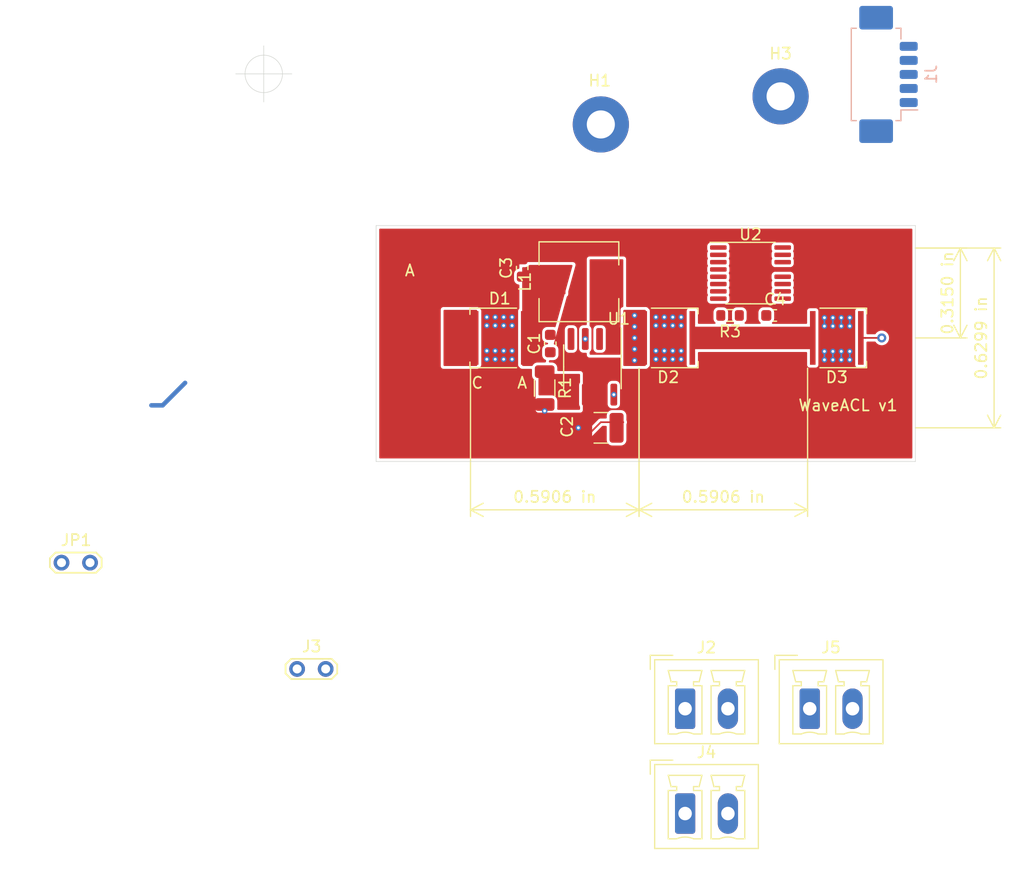
<source format=kicad_pcb>
(kicad_pcb (version 20171130) (host pcbnew 5.1.9)

  (general
    (thickness 1.6)
    (drawings 14)
    (tracks 79)
    (zones 0)
    (modules 20)
    (nets 26)
  )

  (page A4)
  (layers
    (0 F.Cu signal)
    (1 In1.Cu signal)
    (2 In2.Cu signal)
    (31 B.Cu signal)
    (32 B.Adhes user)
    (33 F.Adhes user)
    (34 B.Paste user)
    (35 F.Paste user)
    (36 B.SilkS user)
    (37 F.SilkS user)
    (38 B.Mask user)
    (39 F.Mask user)
    (40 Dwgs.User user)
    (41 Cmts.User user)
    (42 Eco1.User user)
    (43 Eco2.User user)
    (44 Edge.Cuts user)
    (45 Margin user)
    (46 B.CrtYd user)
    (47 F.CrtYd user)
    (48 B.Fab user)
    (49 F.Fab user)
  )

  (setup
    (last_trace_width 0.15)
    (user_trace_width 0.15)
    (user_trace_width 0.4)
    (user_trace_width 2)
    (trace_clearance 0.2)
    (zone_clearance 0.25)
    (zone_45_only no)
    (trace_min 0.1)
    (via_size 0.8)
    (via_drill 0.4)
    (via_min_size 0.5)
    (via_min_drill 0.2)
    (user_via 0.5 0.25)
    (user_via 1 0.6)
    (uvia_size 0.3)
    (uvia_drill 0.1)
    (uvias_allowed no)
    (uvia_min_size 0.2)
    (uvia_min_drill 0.1)
    (edge_width 0.05)
    (segment_width 0.2)
    (pcb_text_width 0.3)
    (pcb_text_size 1.5 1.5)
    (mod_edge_width 0.12)
    (mod_text_size 1 1)
    (mod_text_width 0.15)
    (pad_size 5 5)
    (pad_drill 2.5)
    (pad_to_mask_clearance 0)
    (aux_axis_origin 140 20)
    (visible_elements FFFDFF7F)
    (pcbplotparams
      (layerselection 0x010fc_ffffffff)
      (usegerberextensions false)
      (usegerberattributes false)
      (usegerberadvancedattributes false)
      (creategerberjobfile false)
      (excludeedgelayer true)
      (linewidth 0.100000)
      (plotframeref false)
      (viasonmask false)
      (mode 1)
      (useauxorigin false)
      (hpglpennumber 1)
      (hpglpenspeed 20)
      (hpglpendiameter 15.000000)
      (psnegative false)
      (psa4output false)
      (plotreference true)
      (plotvalue true)
      (plotinvisibletext false)
      (padsonsilk false)
      (subtractmaskfromsilk false)
      (outputformat 1)
      (mirror false)
      (drillshape 1)
      (scaleselection 1)
      (outputdirectory ""))
  )

  (net 0 "")
  (net 1 GND)
  (net 2 VCC)
  (net 3 /LED+)
  (net 4 "Net-(D1-Pad1)")
  (net 5 "Net-(D2-Pad1)")
  (net 6 /LED-)
  (net 7 "Net-(L1-Pad1)")
  (net 8 PWM)
  (net 9 /HS1)
  (net 10 "Net-(J3-Pad1)")
  (net 11 +3V3)
  (net 12 /~RESET)
  (net 13 /SWCLK)
  (net 14 /SWDIO)
  (net 15 /VTREF)
  (net 16 /TXD)
  (net 17 /RXD)
  (net 18 "Net-(U2-Pad14)")
  (net 19 "Net-(U2-Pad11)")
  (net 20 "Net-(U2-Pad10)")
  (net 21 /SCK)
  (net 22 /SDA)
  (net 23 "Net-(U2-Pad4)")
  (net 24 "Net-(U2-Pad1)")
  (net 25 "Net-(U2-Pad2)")

  (net_class Default "This is the default net class."
    (clearance 0.2)
    (trace_width 0.25)
    (via_dia 0.8)
    (via_drill 0.4)
    (uvia_dia 0.3)
    (uvia_drill 0.1)
    (add_net +3V3)
    (add_net /HS1)
    (add_net /RXD)
    (add_net /SCK)
    (add_net /SDA)
    (add_net /SWCLK)
    (add_net /SWDIO)
    (add_net /TXD)
    (add_net /VTREF)
    (add_net /~RESET)
    (add_net GND)
    (add_net "Net-(J3-Pad1)")
    (add_net "Net-(U2-Pad1)")
    (add_net "Net-(U2-Pad10)")
    (add_net "Net-(U2-Pad11)")
    (add_net "Net-(U2-Pad14)")
    (add_net "Net-(U2-Pad2)")
    (add_net "Net-(U2-Pad4)")
    (add_net PWM)
    (add_net VCC)
  )

  (net_class current ""
    (clearance 0.2)
    (trace_width 1.25)
    (via_dia 0.8)
    (via_drill 0.4)
    (uvia_dia 0.3)
    (uvia_drill 0.1)
    (add_net /LED+)
    (add_net /LED-)
    (add_net "Net-(D1-Pad1)")
    (add_net "Net-(D2-Pad1)")
    (add_net "Net-(L1-Pad1)")
  )

  (module Capacitor_SMD:C_0603_1608Metric (layer F.Cu) (tedit 5F68FEEE) (tstamp 5D55A88B)
    (at 151 32.775 90)
    (descr "Capacitor SMD 0603 (1608 Metric), square (rectangular) end terminal, IPC_7351 nominal, (Body size source: IPC-SM-782 page 76, https://www.pcb-3d.com/wordpress/wp-content/uploads/ipc-sm-782a_amendment_1_and_2.pdf), generated with kicad-footprint-generator")
    (tags capacitor)
    (path /5CD5CA0E)
    (attr smd)
    (fp_text reference C3 (at 0 -1.43 90) (layer F.SilkS)
      (effects (font (size 1 1) (thickness 0.15)))
    )
    (fp_text value 2.2u (at 0 1.43 90) (layer F.Fab)
      (effects (font (size 1 1) (thickness 0.15)))
    )
    (fp_text user %R (at 0 0 90) (layer F.Fab)
      (effects (font (size 0.4 0.4) (thickness 0.06)))
    )
    (fp_line (start -0.8 0.4) (end -0.8 -0.4) (layer F.Fab) (width 0.1))
    (fp_line (start -0.8 -0.4) (end 0.8 -0.4) (layer F.Fab) (width 0.1))
    (fp_line (start 0.8 -0.4) (end 0.8 0.4) (layer F.Fab) (width 0.1))
    (fp_line (start 0.8 0.4) (end -0.8 0.4) (layer F.Fab) (width 0.1))
    (fp_line (start -0.14058 -0.51) (end 0.14058 -0.51) (layer F.SilkS) (width 0.12))
    (fp_line (start -0.14058 0.51) (end 0.14058 0.51) (layer F.SilkS) (width 0.12))
    (fp_line (start -1.48 0.73) (end -1.48 -0.73) (layer F.CrtYd) (width 0.05))
    (fp_line (start -1.48 -0.73) (end 1.48 -0.73) (layer F.CrtYd) (width 0.05))
    (fp_line (start 1.48 -0.73) (end 1.48 0.73) (layer F.CrtYd) (width 0.05))
    (fp_line (start 1.48 0.73) (end -1.48 0.73) (layer F.CrtYd) (width 0.05))
    (pad 2 smd roundrect (at 0.775 0 90) (size 0.9 0.95) (layers F.Cu F.Paste F.Mask) (roundrect_rratio 0.25)
      (net 1 GND))
    (pad 1 smd roundrect (at -0.775 0 90) (size 0.9 0.95) (layers F.Cu F.Paste F.Mask) (roundrect_rratio 0.25)
      (net 3 /LED+))
    (model ${KISYS3DMOD}/Capacitor_SMD.3dshapes/C_0603_1608Metric.wrl
      (at (xyz 0 0 0))
      (scale (xyz 1 1 1))
      (rotate (xyz 0 0 0))
    )
  )

  (module Connector_Phoenix_MC:PhoenixContact_MCV_1,5_2-G-3.81_1x02_P3.81mm_Vertical (layer F.Cu) (tedit 5B784ED1) (tstamp 604590CA)
    (at 176.59 72)
    (descr "Generic Phoenix Contact connector footprint for: MCV_1,5/2-G-3.81; number of pins: 02; pin pitch: 3.81mm; Vertical || order number: 1803426 8A 160V")
    (tags "phoenix_contact connector MCV_01x02_G_3.81mm")
    (path /5D2B5865)
    (fp_text reference J5 (at 1.9 -5.45) (layer F.SilkS)
      (effects (font (size 1 1) (thickness 0.15)))
    )
    (fp_text value Conn_01x02 (at 1.9 4.2) (layer F.Fab)
      (effects (font (size 1 1) (thickness 0.15)))
    )
    (fp_text user %R (at 1.9 -3.55) (layer F.Fab)
      (effects (font (size 1 1) (thickness 0.15)))
    )
    (fp_arc (start 3.81 3.95) (end 3.06 2.25) (angle 47.6) (layer F.SilkS) (width 0.12))
    (fp_arc (start 0 3.95) (end -0.75 2.25) (angle 47.6) (layer F.SilkS) (width 0.12))
    (fp_line (start -2.71 -4.36) (end -2.71 3.11) (layer F.SilkS) (width 0.12))
    (fp_line (start -2.71 3.11) (end 6.52 3.11) (layer F.SilkS) (width 0.12))
    (fp_line (start 6.52 3.11) (end 6.52 -4.36) (layer F.SilkS) (width 0.12))
    (fp_line (start 6.52 -4.36) (end -2.71 -4.36) (layer F.SilkS) (width 0.12))
    (fp_line (start -2.6 -4.25) (end -2.6 3) (layer F.Fab) (width 0.1))
    (fp_line (start -2.6 3) (end 6.41 3) (layer F.Fab) (width 0.1))
    (fp_line (start 6.41 3) (end 6.41 -4.25) (layer F.Fab) (width 0.1))
    (fp_line (start 6.41 -4.25) (end -2.6 -4.25) (layer F.Fab) (width 0.1))
    (fp_line (start -0.75 2.25) (end -1.5 2.25) (layer F.SilkS) (width 0.12))
    (fp_line (start -1.5 2.25) (end -1.5 -2.05) (layer F.SilkS) (width 0.12))
    (fp_line (start -1.5 -2.05) (end -0.75 -2.05) (layer F.SilkS) (width 0.12))
    (fp_line (start -0.75 -2.05) (end -0.75 -2.4) (layer F.SilkS) (width 0.12))
    (fp_line (start -0.75 -2.4) (end -1.25 -2.4) (layer F.SilkS) (width 0.12))
    (fp_line (start -1.25 -2.4) (end -1.5 -3.4) (layer F.SilkS) (width 0.12))
    (fp_line (start -1.5 -3.4) (end 1.5 -3.4) (layer F.SilkS) (width 0.12))
    (fp_line (start 1.5 -3.4) (end 1.25 -2.4) (layer F.SilkS) (width 0.12))
    (fp_line (start 1.25 -2.4) (end 0.75 -2.4) (layer F.SilkS) (width 0.12))
    (fp_line (start 0.75 -2.4) (end 0.75 -2.05) (layer F.SilkS) (width 0.12))
    (fp_line (start 0.75 -2.05) (end 1.5 -2.05) (layer F.SilkS) (width 0.12))
    (fp_line (start 1.5 -2.05) (end 1.5 2.25) (layer F.SilkS) (width 0.12))
    (fp_line (start 1.5 2.25) (end 0.75 2.25) (layer F.SilkS) (width 0.12))
    (fp_line (start 3.06 2.25) (end 2.31 2.25) (layer F.SilkS) (width 0.12))
    (fp_line (start 2.31 2.25) (end 2.31 -2.05) (layer F.SilkS) (width 0.12))
    (fp_line (start 2.31 -2.05) (end 3.06 -2.05) (layer F.SilkS) (width 0.12))
    (fp_line (start 3.06 -2.05) (end 3.06 -2.4) (layer F.SilkS) (width 0.12))
    (fp_line (start 3.06 -2.4) (end 2.56 -2.4) (layer F.SilkS) (width 0.12))
    (fp_line (start 2.56 -2.4) (end 2.31 -3.4) (layer F.SilkS) (width 0.12))
    (fp_line (start 2.31 -3.4) (end 5.31 -3.4) (layer F.SilkS) (width 0.12))
    (fp_line (start 5.31 -3.4) (end 5.06 -2.4) (layer F.SilkS) (width 0.12))
    (fp_line (start 5.06 -2.4) (end 4.56 -2.4) (layer F.SilkS) (width 0.12))
    (fp_line (start 4.56 -2.4) (end 4.56 -2.05) (layer F.SilkS) (width 0.12))
    (fp_line (start 4.56 -2.05) (end 5.31 -2.05) (layer F.SilkS) (width 0.12))
    (fp_line (start 5.31 -2.05) (end 5.31 2.25) (layer F.SilkS) (width 0.12))
    (fp_line (start 5.31 2.25) (end 4.56 2.25) (layer F.SilkS) (width 0.12))
    (fp_line (start -3.1 -4.75) (end -3.1 3.5) (layer F.CrtYd) (width 0.05))
    (fp_line (start -3.1 3.5) (end 6.91 3.5) (layer F.CrtYd) (width 0.05))
    (fp_line (start 6.91 3.5) (end 6.91 -4.75) (layer F.CrtYd) (width 0.05))
    (fp_line (start 6.91 -4.75) (end -3.1 -4.75) (layer F.CrtYd) (width 0.05))
    (fp_line (start -3.1 -3.5) (end -3.1 -4.75) (layer F.SilkS) (width 0.12))
    (fp_line (start -3.1 -4.75) (end -1.1 -4.75) (layer F.SilkS) (width 0.12))
    (fp_line (start -3.1 -3.5) (end -3.1 -4.75) (layer F.Fab) (width 0.1))
    (fp_line (start -3.1 -4.75) (end -1.1 -4.75) (layer F.Fab) (width 0.1))
    (pad 2 thru_hole oval (at 3.81 0) (size 1.8 3.6) (drill 1.2) (layers *.Cu *.Mask)
      (net 6 /LED-))
    (pad 1 thru_hole roundrect (at 0 0) (size 1.8 3.6) (drill 1.2) (layers *.Cu *.Mask) (roundrect_rratio 0.138889)
      (net 3 /LED+))
    (model ${KISYS3DMOD}/Connector_Phoenix_MC.3dshapes/PhoenixContact_MCV_1,5_2-G-3.81_1x02_P3.81mm_Vertical.wrl
      (at (xyz 0 0 0))
      (scale (xyz 1 1 1))
      (rotate (xyz 0 0 0))
    )
  )

  (module Connector_Phoenix_MC:PhoenixContact_MCV_1,5_2-G-3.81_1x02_P3.81mm_Vertical (layer F.Cu) (tedit 5B784ED1) (tstamp 60459097)
    (at 165.5 81.33)
    (descr "Generic Phoenix Contact connector footprint for: MCV_1,5/2-G-3.81; number of pins: 02; pin pitch: 3.81mm; Vertical || order number: 1803426 8A 160V")
    (tags "phoenix_contact connector MCV_01x02_G_3.81mm")
    (path /5D2B47CA)
    (fp_text reference J4 (at 1.9 -5.45) (layer F.SilkS)
      (effects (font (size 1 1) (thickness 0.15)))
    )
    (fp_text value Conn_01x02 (at 1.9 4.2) (layer F.Fab)
      (effects (font (size 1 1) (thickness 0.15)))
    )
    (fp_text user %R (at 1.9 -3.55) (layer F.Fab)
      (effects (font (size 1 1) (thickness 0.15)))
    )
    (fp_arc (start 3.81 3.95) (end 3.06 2.25) (angle 47.6) (layer F.SilkS) (width 0.12))
    (fp_arc (start 0 3.95) (end -0.75 2.25) (angle 47.6) (layer F.SilkS) (width 0.12))
    (fp_line (start -2.71 -4.36) (end -2.71 3.11) (layer F.SilkS) (width 0.12))
    (fp_line (start -2.71 3.11) (end 6.52 3.11) (layer F.SilkS) (width 0.12))
    (fp_line (start 6.52 3.11) (end 6.52 -4.36) (layer F.SilkS) (width 0.12))
    (fp_line (start 6.52 -4.36) (end -2.71 -4.36) (layer F.SilkS) (width 0.12))
    (fp_line (start -2.6 -4.25) (end -2.6 3) (layer F.Fab) (width 0.1))
    (fp_line (start -2.6 3) (end 6.41 3) (layer F.Fab) (width 0.1))
    (fp_line (start 6.41 3) (end 6.41 -4.25) (layer F.Fab) (width 0.1))
    (fp_line (start 6.41 -4.25) (end -2.6 -4.25) (layer F.Fab) (width 0.1))
    (fp_line (start -0.75 2.25) (end -1.5 2.25) (layer F.SilkS) (width 0.12))
    (fp_line (start -1.5 2.25) (end -1.5 -2.05) (layer F.SilkS) (width 0.12))
    (fp_line (start -1.5 -2.05) (end -0.75 -2.05) (layer F.SilkS) (width 0.12))
    (fp_line (start -0.75 -2.05) (end -0.75 -2.4) (layer F.SilkS) (width 0.12))
    (fp_line (start -0.75 -2.4) (end -1.25 -2.4) (layer F.SilkS) (width 0.12))
    (fp_line (start -1.25 -2.4) (end -1.5 -3.4) (layer F.SilkS) (width 0.12))
    (fp_line (start -1.5 -3.4) (end 1.5 -3.4) (layer F.SilkS) (width 0.12))
    (fp_line (start 1.5 -3.4) (end 1.25 -2.4) (layer F.SilkS) (width 0.12))
    (fp_line (start 1.25 -2.4) (end 0.75 -2.4) (layer F.SilkS) (width 0.12))
    (fp_line (start 0.75 -2.4) (end 0.75 -2.05) (layer F.SilkS) (width 0.12))
    (fp_line (start 0.75 -2.05) (end 1.5 -2.05) (layer F.SilkS) (width 0.12))
    (fp_line (start 1.5 -2.05) (end 1.5 2.25) (layer F.SilkS) (width 0.12))
    (fp_line (start 1.5 2.25) (end 0.75 2.25) (layer F.SilkS) (width 0.12))
    (fp_line (start 3.06 2.25) (end 2.31 2.25) (layer F.SilkS) (width 0.12))
    (fp_line (start 2.31 2.25) (end 2.31 -2.05) (layer F.SilkS) (width 0.12))
    (fp_line (start 2.31 -2.05) (end 3.06 -2.05) (layer F.SilkS) (width 0.12))
    (fp_line (start 3.06 -2.05) (end 3.06 -2.4) (layer F.SilkS) (width 0.12))
    (fp_line (start 3.06 -2.4) (end 2.56 -2.4) (layer F.SilkS) (width 0.12))
    (fp_line (start 2.56 -2.4) (end 2.31 -3.4) (layer F.SilkS) (width 0.12))
    (fp_line (start 2.31 -3.4) (end 5.31 -3.4) (layer F.SilkS) (width 0.12))
    (fp_line (start 5.31 -3.4) (end 5.06 -2.4) (layer F.SilkS) (width 0.12))
    (fp_line (start 5.06 -2.4) (end 4.56 -2.4) (layer F.SilkS) (width 0.12))
    (fp_line (start 4.56 -2.4) (end 4.56 -2.05) (layer F.SilkS) (width 0.12))
    (fp_line (start 4.56 -2.05) (end 5.31 -2.05) (layer F.SilkS) (width 0.12))
    (fp_line (start 5.31 -2.05) (end 5.31 2.25) (layer F.SilkS) (width 0.12))
    (fp_line (start 5.31 2.25) (end 4.56 2.25) (layer F.SilkS) (width 0.12))
    (fp_line (start -3.1 -4.75) (end -3.1 3.5) (layer F.CrtYd) (width 0.05))
    (fp_line (start -3.1 3.5) (end 6.91 3.5) (layer F.CrtYd) (width 0.05))
    (fp_line (start 6.91 3.5) (end 6.91 -4.75) (layer F.CrtYd) (width 0.05))
    (fp_line (start 6.91 -4.75) (end -3.1 -4.75) (layer F.CrtYd) (width 0.05))
    (fp_line (start -3.1 -3.5) (end -3.1 -4.75) (layer F.SilkS) (width 0.12))
    (fp_line (start -3.1 -4.75) (end -1.1 -4.75) (layer F.SilkS) (width 0.12))
    (fp_line (start -3.1 -3.5) (end -3.1 -4.75) (layer F.Fab) (width 0.1))
    (fp_line (start -3.1 -4.75) (end -1.1 -4.75) (layer F.Fab) (width 0.1))
    (pad 2 thru_hole oval (at 3.81 0) (size 1.8 3.6) (drill 1.2) (layers *.Cu *.Mask)
      (net 6 /LED-))
    (pad 1 thru_hole roundrect (at 0 0) (size 1.8 3.6) (drill 1.2) (layers *.Cu *.Mask) (roundrect_rratio 0.138889)
      (net 3 /LED+))
    (model ${KISYS3DMOD}/Connector_Phoenix_MC.3dshapes/PhoenixContact_MCV_1,5_2-G-3.81_1x02_P3.81mm_Vertical.wrl
      (at (xyz 0 0 0))
      (scale (xyz 1 1 1))
      (rotate (xyz 0 0 0))
    )
  )

  (module Connector_Phoenix_MC:PhoenixContact_MCV_1,5_2-G-3.81_1x02_P3.81mm_Vertical (layer F.Cu) (tedit 5B784ED1) (tstamp 60459038)
    (at 165.5 72)
    (descr "Generic Phoenix Contact connector footprint for: MCV_1,5/2-G-3.81; number of pins: 02; pin pitch: 3.81mm; Vertical || order number: 1803426 8A 160V")
    (tags "phoenix_contact connector MCV_01x02_G_3.81mm")
    (path /5D40C4F4)
    (fp_text reference J2 (at 1.9 -5.45) (layer F.SilkS)
      (effects (font (size 1 1) (thickness 0.15)))
    )
    (fp_text value Conn_01x02 (at 1.9 4.2) (layer F.Fab)
      (effects (font (size 1 1) (thickness 0.15)))
    )
    (fp_text user %R (at 1.9 -3.55) (layer F.Fab)
      (effects (font (size 1 1) (thickness 0.15)))
    )
    (fp_arc (start 3.81 3.95) (end 3.06 2.25) (angle 47.6) (layer F.SilkS) (width 0.12))
    (fp_arc (start 0 3.95) (end -0.75 2.25) (angle 47.6) (layer F.SilkS) (width 0.12))
    (fp_line (start -2.71 -4.36) (end -2.71 3.11) (layer F.SilkS) (width 0.12))
    (fp_line (start -2.71 3.11) (end 6.52 3.11) (layer F.SilkS) (width 0.12))
    (fp_line (start 6.52 3.11) (end 6.52 -4.36) (layer F.SilkS) (width 0.12))
    (fp_line (start 6.52 -4.36) (end -2.71 -4.36) (layer F.SilkS) (width 0.12))
    (fp_line (start -2.6 -4.25) (end -2.6 3) (layer F.Fab) (width 0.1))
    (fp_line (start -2.6 3) (end 6.41 3) (layer F.Fab) (width 0.1))
    (fp_line (start 6.41 3) (end 6.41 -4.25) (layer F.Fab) (width 0.1))
    (fp_line (start 6.41 -4.25) (end -2.6 -4.25) (layer F.Fab) (width 0.1))
    (fp_line (start -0.75 2.25) (end -1.5 2.25) (layer F.SilkS) (width 0.12))
    (fp_line (start -1.5 2.25) (end -1.5 -2.05) (layer F.SilkS) (width 0.12))
    (fp_line (start -1.5 -2.05) (end -0.75 -2.05) (layer F.SilkS) (width 0.12))
    (fp_line (start -0.75 -2.05) (end -0.75 -2.4) (layer F.SilkS) (width 0.12))
    (fp_line (start -0.75 -2.4) (end -1.25 -2.4) (layer F.SilkS) (width 0.12))
    (fp_line (start -1.25 -2.4) (end -1.5 -3.4) (layer F.SilkS) (width 0.12))
    (fp_line (start -1.5 -3.4) (end 1.5 -3.4) (layer F.SilkS) (width 0.12))
    (fp_line (start 1.5 -3.4) (end 1.25 -2.4) (layer F.SilkS) (width 0.12))
    (fp_line (start 1.25 -2.4) (end 0.75 -2.4) (layer F.SilkS) (width 0.12))
    (fp_line (start 0.75 -2.4) (end 0.75 -2.05) (layer F.SilkS) (width 0.12))
    (fp_line (start 0.75 -2.05) (end 1.5 -2.05) (layer F.SilkS) (width 0.12))
    (fp_line (start 1.5 -2.05) (end 1.5 2.25) (layer F.SilkS) (width 0.12))
    (fp_line (start 1.5 2.25) (end 0.75 2.25) (layer F.SilkS) (width 0.12))
    (fp_line (start 3.06 2.25) (end 2.31 2.25) (layer F.SilkS) (width 0.12))
    (fp_line (start 2.31 2.25) (end 2.31 -2.05) (layer F.SilkS) (width 0.12))
    (fp_line (start 2.31 -2.05) (end 3.06 -2.05) (layer F.SilkS) (width 0.12))
    (fp_line (start 3.06 -2.05) (end 3.06 -2.4) (layer F.SilkS) (width 0.12))
    (fp_line (start 3.06 -2.4) (end 2.56 -2.4) (layer F.SilkS) (width 0.12))
    (fp_line (start 2.56 -2.4) (end 2.31 -3.4) (layer F.SilkS) (width 0.12))
    (fp_line (start 2.31 -3.4) (end 5.31 -3.4) (layer F.SilkS) (width 0.12))
    (fp_line (start 5.31 -3.4) (end 5.06 -2.4) (layer F.SilkS) (width 0.12))
    (fp_line (start 5.06 -2.4) (end 4.56 -2.4) (layer F.SilkS) (width 0.12))
    (fp_line (start 4.56 -2.4) (end 4.56 -2.05) (layer F.SilkS) (width 0.12))
    (fp_line (start 4.56 -2.05) (end 5.31 -2.05) (layer F.SilkS) (width 0.12))
    (fp_line (start 5.31 -2.05) (end 5.31 2.25) (layer F.SilkS) (width 0.12))
    (fp_line (start 5.31 2.25) (end 4.56 2.25) (layer F.SilkS) (width 0.12))
    (fp_line (start -3.1 -4.75) (end -3.1 3.5) (layer F.CrtYd) (width 0.05))
    (fp_line (start -3.1 3.5) (end 6.91 3.5) (layer F.CrtYd) (width 0.05))
    (fp_line (start 6.91 3.5) (end 6.91 -4.75) (layer F.CrtYd) (width 0.05))
    (fp_line (start 6.91 -4.75) (end -3.1 -4.75) (layer F.CrtYd) (width 0.05))
    (fp_line (start -3.1 -3.5) (end -3.1 -4.75) (layer F.SilkS) (width 0.12))
    (fp_line (start -3.1 -4.75) (end -1.1 -4.75) (layer F.SilkS) (width 0.12))
    (fp_line (start -3.1 -3.5) (end -3.1 -4.75) (layer F.Fab) (width 0.1))
    (fp_line (start -3.1 -4.75) (end -1.1 -4.75) (layer F.Fab) (width 0.1))
    (pad 2 thru_hole oval (at 3.81 0) (size 1.8 3.6) (drill 1.2) (layers *.Cu *.Mask)
      (net 1 GND))
    (pad 1 thru_hole roundrect (at 0 0) (size 1.8 3.6) (drill 1.2) (layers *.Cu *.Mask) (roundrect_rratio 0.138889)
      (net 2 VCC))
    (model ${KISYS3DMOD}/Connector_Phoenix_MC.3dshapes/PhoenixContact_MCV_1,5_2-G-3.81_1x02_P3.81mm_Vertical.wrl
      (at (xyz 0 0 0))
      (scale (xyz 1 1 1))
      (rotate (xyz 0 0 0))
    )
  )

  (module Resistor_SMD:R_0603_1608Metric (layer F.Cu) (tedit 5F68FEEE) (tstamp 604523EE)
    (at 169.5 37 180)
    (descr "Resistor SMD 0603 (1608 Metric), square (rectangular) end terminal, IPC_7351 nominal, (Body size source: IPC-SM-782 page 72, https://www.pcb-3d.com/wordpress/wp-content/uploads/ipc-sm-782a_amendment_1_and_2.pdf), generated with kicad-footprint-generator")
    (tags resistor)
    (path /5D3B635E)
    (attr smd)
    (fp_text reference R3 (at 0 -1.43) (layer F.SilkS)
      (effects (font (size 1 1) (thickness 0.15)))
    )
    (fp_text value R (at 0 1.43) (layer F.Fab)
      (effects (font (size 1 1) (thickness 0.15)))
    )
    (fp_text user %R (at 0 0) (layer F.Fab)
      (effects (font (size 0.4 0.4) (thickness 0.06)))
    )
    (fp_line (start -0.8 0.4125) (end -0.8 -0.4125) (layer F.Fab) (width 0.1))
    (fp_line (start -0.8 -0.4125) (end 0.8 -0.4125) (layer F.Fab) (width 0.1))
    (fp_line (start 0.8 -0.4125) (end 0.8 0.4125) (layer F.Fab) (width 0.1))
    (fp_line (start 0.8 0.4125) (end -0.8 0.4125) (layer F.Fab) (width 0.1))
    (fp_line (start -0.237258 -0.5225) (end 0.237258 -0.5225) (layer F.SilkS) (width 0.12))
    (fp_line (start -0.237258 0.5225) (end 0.237258 0.5225) (layer F.SilkS) (width 0.12))
    (fp_line (start -1.48 0.73) (end -1.48 -0.73) (layer F.CrtYd) (width 0.05))
    (fp_line (start -1.48 -0.73) (end 1.48 -0.73) (layer F.CrtYd) (width 0.05))
    (fp_line (start 1.48 -0.73) (end 1.48 0.73) (layer F.CrtYd) (width 0.05))
    (fp_line (start 1.48 0.73) (end -1.48 0.73) (layer F.CrtYd) (width 0.05))
    (pad 2 smd roundrect (at 0.825 0 180) (size 0.8 0.95) (layers F.Cu F.Paste F.Mask) (roundrect_rratio 0.25)
      (net 11 +3V3))
    (pad 1 smd roundrect (at -0.825 0 180) (size 0.8 0.95) (layers F.Cu F.Paste F.Mask) (roundrect_rratio 0.25)
      (net 12 /~RESET))
    (model ${KISYS3DMOD}/Resistor_SMD.3dshapes/R_0603_1608Metric.wrl
      (at (xyz 0 0 0))
      (scale (xyz 1 1 1))
      (rotate (xyz 0 0 0))
    )
  )

  (module TestPoint:TestPoint_2Pads_Pitch2.54mm_Drill0.8mm (layer F.Cu) (tedit 5A0F774F) (tstamp 60458154)
    (at 110 59)
    (descr "Test point with 2 pins, pitch 2.54mm, drill diameter 0.8mm")
    (tags "CONN DEV")
    (path /6045EFE3)
    (attr virtual)
    (fp_text reference JP1 (at 1.3 -2) (layer F.SilkS)
      (effects (font (size 1 1) (thickness 0.15)))
    )
    (fp_text value Jumper_NO_Small (at 1.27 2) (layer F.Fab)
      (effects (font (size 1 1) (thickness 0.15)))
    )
    (fp_text user %R (at 1.3 -2) (layer F.Fab)
      (effects (font (size 1 1) (thickness 0.15)))
    )
    (fp_line (start -0.65 1.15) (end 3.15 1.15) (layer F.CrtYd) (width 0.05))
    (fp_line (start 3.15 1.15) (end 3.8 0.5) (layer F.CrtYd) (width 0.05))
    (fp_line (start 3.8 0.5) (end 3.8 -0.5) (layer F.CrtYd) (width 0.05))
    (fp_line (start 3.8 -0.5) (end 3.15 -1.15) (layer F.CrtYd) (width 0.05))
    (fp_line (start 3.15 -1.15) (end -0.65 -1.15) (layer F.CrtYd) (width 0.05))
    (fp_line (start -0.65 -1.15) (end -1.3 -0.5) (layer F.CrtYd) (width 0.05))
    (fp_line (start -1.3 -0.5) (end -1.3 0.5) (layer F.CrtYd) (width 0.05))
    (fp_line (start -1.3 0.5) (end -0.65 1.15) (layer F.CrtYd) (width 0.05))
    (fp_line (start -0.53 -0.9) (end 3.07 -0.9) (layer F.SilkS) (width 0.15))
    (fp_line (start 3.07 -0.9) (end 3.57 -0.4) (layer F.SilkS) (width 0.15))
    (fp_line (start 3.57 -0.4) (end 3.57 0.4) (layer F.SilkS) (width 0.15))
    (fp_line (start 3.57 0.4) (end 3.07 0.9) (layer F.SilkS) (width 0.15))
    (fp_line (start 3.07 0.9) (end -0.53 0.9) (layer F.SilkS) (width 0.15))
    (fp_line (start -0.53 0.9) (end -1.03 0.4) (layer F.SilkS) (width 0.15))
    (fp_line (start -1.03 0.4) (end -1.03 -0.4) (layer F.SilkS) (width 0.15))
    (fp_line (start -1.03 -0.4) (end -0.53 -0.9) (layer F.SilkS) (width 0.15))
    (pad 2 thru_hole circle (at 2.54 0) (size 1.4 1.4) (drill 0.8) (layers *.Cu *.Mask)
      (net 1 GND))
    (pad 1 thru_hole circle (at 0 0) (size 1.4 1.4) (drill 0.8) (layers *.Cu *.Mask)
      (net 12 /~RESET))
  )

  (module Capacitor_SMD:C_0603_1608Metric (layer F.Cu) (tedit 5F68FEEE) (tstamp 6045209D)
    (at 173.5 37)
    (descr "Capacitor SMD 0603 (1608 Metric), square (rectangular) end terminal, IPC_7351 nominal, (Body size source: IPC-SM-782 page 76, https://www.pcb-3d.com/wordpress/wp-content/uploads/ipc-sm-782a_amendment_1_and_2.pdf), generated with kicad-footprint-generator")
    (tags capacitor)
    (path /5CD7AB75)
    (attr smd)
    (fp_text reference C4 (at 0 -1.43) (layer F.SilkS)
      (effects (font (size 1 1) (thickness 0.15)))
    )
    (fp_text value 100n (at 0 1.43) (layer F.Fab)
      (effects (font (size 1 1) (thickness 0.15)))
    )
    (fp_text user %R (at 0 0) (layer F.Fab)
      (effects (font (size 0.4 0.4) (thickness 0.06)))
    )
    (fp_line (start -0.8 0.4) (end -0.8 -0.4) (layer F.Fab) (width 0.1))
    (fp_line (start -0.8 -0.4) (end 0.8 -0.4) (layer F.Fab) (width 0.1))
    (fp_line (start 0.8 -0.4) (end 0.8 0.4) (layer F.Fab) (width 0.1))
    (fp_line (start 0.8 0.4) (end -0.8 0.4) (layer F.Fab) (width 0.1))
    (fp_line (start -0.14058 -0.51) (end 0.14058 -0.51) (layer F.SilkS) (width 0.12))
    (fp_line (start -0.14058 0.51) (end 0.14058 0.51) (layer F.SilkS) (width 0.12))
    (fp_line (start -1.48 0.73) (end -1.48 -0.73) (layer F.CrtYd) (width 0.05))
    (fp_line (start -1.48 -0.73) (end 1.48 -0.73) (layer F.CrtYd) (width 0.05))
    (fp_line (start 1.48 -0.73) (end 1.48 0.73) (layer F.CrtYd) (width 0.05))
    (fp_line (start 1.48 0.73) (end -1.48 0.73) (layer F.CrtYd) (width 0.05))
    (pad 2 smd roundrect (at 0.775 0) (size 0.9 0.95) (layers F.Cu F.Paste F.Mask) (roundrect_rratio 0.25)
      (net 1 GND))
    (pad 1 smd roundrect (at -0.775 0) (size 0.9 0.95) (layers F.Cu F.Paste F.Mask) (roundrect_rratio 0.25)
      (net 11 +3V3))
    (model ${KISYS3DMOD}/Capacitor_SMD.3dshapes/C_0603_1608Metric.wrl
      (at (xyz 0 0 0))
      (scale (xyz 1 1 1))
      (rotate (xyz 0 0 0))
    )
  )

  (module Capacitor_SMD:C_0603_1608Metric (layer F.Cu) (tedit 5F68FEEE) (tstamp 5D55A869)
    (at 153.5 39.5 90)
    (descr "Capacitor SMD 0603 (1608 Metric), square (rectangular) end terminal, IPC_7351 nominal, (Body size source: IPC-SM-782 page 76, https://www.pcb-3d.com/wordpress/wp-content/uploads/ipc-sm-782a_amendment_1_and_2.pdf), generated with kicad-footprint-generator")
    (tags capacitor)
    (path /5CD4CD22)
    (attr smd)
    (fp_text reference C1 (at 0 -1.43 90) (layer F.SilkS)
      (effects (font (size 1 1) (thickness 0.15)))
    )
    (fp_text value 100n (at 0 1.43 90) (layer F.Fab)
      (effects (font (size 1 1) (thickness 0.15)))
    )
    (fp_text user %R (at 0 0 90) (layer F.Fab)
      (effects (font (size 0.4 0.4) (thickness 0.06)))
    )
    (fp_line (start -0.8 0.4) (end -0.8 -0.4) (layer F.Fab) (width 0.1))
    (fp_line (start -0.8 -0.4) (end 0.8 -0.4) (layer F.Fab) (width 0.1))
    (fp_line (start 0.8 -0.4) (end 0.8 0.4) (layer F.Fab) (width 0.1))
    (fp_line (start 0.8 0.4) (end -0.8 0.4) (layer F.Fab) (width 0.1))
    (fp_line (start -0.14058 -0.51) (end 0.14058 -0.51) (layer F.SilkS) (width 0.12))
    (fp_line (start -0.14058 0.51) (end 0.14058 0.51) (layer F.SilkS) (width 0.12))
    (fp_line (start -1.48 0.73) (end -1.48 -0.73) (layer F.CrtYd) (width 0.05))
    (fp_line (start -1.48 -0.73) (end 1.48 -0.73) (layer F.CrtYd) (width 0.05))
    (fp_line (start 1.48 -0.73) (end 1.48 0.73) (layer F.CrtYd) (width 0.05))
    (fp_line (start 1.48 0.73) (end -1.48 0.73) (layer F.CrtYd) (width 0.05))
    (pad 2 smd roundrect (at 0.775 0 90) (size 0.9 0.95) (layers F.Cu F.Paste F.Mask) (roundrect_rratio 0.25)
      (net 1 GND))
    (pad 1 smd roundrect (at -0.775 0 90) (size 0.9 0.95) (layers F.Cu F.Paste F.Mask) (roundrect_rratio 0.25)
      (net 2 VCC))
    (model ${KISYS3DMOD}/Capacitor_SMD.3dshapes/C_0603_1608Metric.wrl
      (at (xyz 0 0 0))
      (scale (xyz 1 1 1))
      (rotate (xyz 0 0 0))
    )
  )

  (module Package_SO:TSSOP-16_4.4x5mm_P0.65mm (layer F.Cu) (tedit 5E476F32) (tstamp 6045245B)
    (at 171.32 33.23)
    (descr "TSSOP, 16 Pin (JEDEC MO-153 Var AB https://www.jedec.org/document_search?search_api_views_fulltext=MO-153), generated with kicad-footprint-generator ipc_gullwing_generator.py")
    (tags "TSSOP SO")
    (path /5CD6A29A)
    (attr smd)
    (fp_text reference U2 (at 0 -3.45) (layer F.SilkS)
      (effects (font (size 1 1) (thickness 0.15)))
    )
    (fp_text value LPC812M001JDH16 (at 0 3.45) (layer F.Fab)
      (effects (font (size 1 1) (thickness 0.15)))
    )
    (fp_text user %R (at 0 0) (layer F.Fab)
      (effects (font (size 1 1) (thickness 0.15)))
    )
    (fp_line (start 0 2.735) (end 2.2 2.735) (layer F.SilkS) (width 0.12))
    (fp_line (start 0 2.735) (end -2.2 2.735) (layer F.SilkS) (width 0.12))
    (fp_line (start 0 -2.735) (end 2.2 -2.735) (layer F.SilkS) (width 0.12))
    (fp_line (start 0 -2.735) (end -3.6 -2.735) (layer F.SilkS) (width 0.12))
    (fp_line (start -1.2 -2.5) (end 2.2 -2.5) (layer F.Fab) (width 0.1))
    (fp_line (start 2.2 -2.5) (end 2.2 2.5) (layer F.Fab) (width 0.1))
    (fp_line (start 2.2 2.5) (end -2.2 2.5) (layer F.Fab) (width 0.1))
    (fp_line (start -2.2 2.5) (end -2.2 -1.5) (layer F.Fab) (width 0.1))
    (fp_line (start -2.2 -1.5) (end -1.2 -2.5) (layer F.Fab) (width 0.1))
    (fp_line (start -3.85 -2.75) (end -3.85 2.75) (layer F.CrtYd) (width 0.05))
    (fp_line (start -3.85 2.75) (end 3.85 2.75) (layer F.CrtYd) (width 0.05))
    (fp_line (start 3.85 2.75) (end 3.85 -2.75) (layer F.CrtYd) (width 0.05))
    (fp_line (start 3.85 -2.75) (end -3.85 -2.75) (layer F.CrtYd) (width 0.05))
    (pad 16 smd roundrect (at 2.8625 -2.275) (size 1.475 0.4) (layers F.Cu F.Paste F.Mask) (roundrect_rratio 0.25)
      (net 16 /TXD))
    (pad 15 smd roundrect (at 2.8625 -1.625) (size 1.475 0.4) (layers F.Cu F.Paste F.Mask) (roundrect_rratio 0.25)
      (net 17 /RXD))
    (pad 14 smd roundrect (at 2.8625 -0.975) (size 1.475 0.4) (layers F.Cu F.Paste F.Mask) (roundrect_rratio 0.25)
      (net 18 "Net-(U2-Pad14)"))
    (pad 13 smd roundrect (at 2.8625 -0.325) (size 1.475 0.4) (layers F.Cu F.Paste F.Mask) (roundrect_rratio 0.25)
      (net 1 GND))
    (pad 12 smd roundrect (at 2.8625 0.325) (size 1.475 0.4) (layers F.Cu F.Paste F.Mask) (roundrect_rratio 0.25)
      (net 11 +3V3))
    (pad 11 smd roundrect (at 2.8625 0.975) (size 1.475 0.4) (layers F.Cu F.Paste F.Mask) (roundrect_rratio 0.25)
      (net 19 "Net-(U2-Pad11)"))
    (pad 10 smd roundrect (at 2.8625 1.625) (size 1.475 0.4) (layers F.Cu F.Paste F.Mask) (roundrect_rratio 0.25)
      (net 20 "Net-(U2-Pad10)"))
    (pad 9 smd roundrect (at 2.8625 2.275) (size 1.475 0.4) (layers F.Cu F.Paste F.Mask) (roundrect_rratio 0.25)
      (net 8 PWM))
    (pad 8 smd roundrect (at -2.8625 2.275) (size 1.475 0.4) (layers F.Cu F.Paste F.Mask) (roundrect_rratio 0.25)
      (net 21 /SCK))
    (pad 7 smd roundrect (at -2.8625 1.625) (size 1.475 0.4) (layers F.Cu F.Paste F.Mask) (roundrect_rratio 0.25)
      (net 22 /SDA))
    (pad 6 smd roundrect (at -2.8625 0.975) (size 1.475 0.4) (layers F.Cu F.Paste F.Mask) (roundrect_rratio 0.25)
      (net 14 /SWDIO))
    (pad 5 smd roundrect (at -2.8625 0.325) (size 1.475 0.4) (layers F.Cu F.Paste F.Mask) (roundrect_rratio 0.25)
      (net 13 /SWCLK))
    (pad 4 smd roundrect (at -2.8625 -0.325) (size 1.475 0.4) (layers F.Cu F.Paste F.Mask) (roundrect_rratio 0.25)
      (net 23 "Net-(U2-Pad4)"))
    (pad 3 smd roundrect (at -2.8625 -0.975) (size 1.475 0.4) (layers F.Cu F.Paste F.Mask) (roundrect_rratio 0.25)
      (net 12 /~RESET))
    (pad 2 smd roundrect (at -2.8625 -1.625) (size 1.475 0.4) (layers F.Cu F.Paste F.Mask) (roundrect_rratio 0.25)
      (net 25 "Net-(U2-Pad2)"))
    (pad 1 smd roundrect (at -2.8625 -2.275) (size 1.475 0.4) (layers F.Cu F.Paste F.Mask) (roundrect_rratio 0.25)
      (net 24 "Net-(U2-Pad1)"))
    (model ${KISYS3DMOD}/Package_SO.3dshapes/TSSOP-16_4.4x5mm_P0.65mm.wrl
      (at (xyz 0 0 0))
      (scale (xyz 1 1 1))
      (rotate (xyz 0 0 0))
    )
  )

  (module Resistor_SMD:R_1206_3216Metric (layer F.Cu) (tedit 5F68FEEE) (tstamp 5D55AB48)
    (at 153 43.4625 270)
    (descr "Resistor SMD 1206 (3216 Metric), square (rectangular) end terminal, IPC_7351 nominal, (Body size source: IPC-SM-782 page 72, https://www.pcb-3d.com/wordpress/wp-content/uploads/ipc-sm-782a_amendment_1_and_2.pdf), generated with kicad-footprint-generator")
    (tags resistor)
    (path /5CD4B266)
    (attr smd)
    (fp_text reference R1 (at 0 -1.82 90) (layer F.SilkS)
      (effects (font (size 1 1) (thickness 0.15)))
    )
    (fp_text value R (at 0 1.82 90) (layer F.Fab)
      (effects (font (size 1 1) (thickness 0.15)))
    )
    (fp_text user %R (at 0 0 90) (layer F.Fab)
      (effects (font (size 0.8 0.8) (thickness 0.12)))
    )
    (fp_line (start -1.6 0.8) (end -1.6 -0.8) (layer F.Fab) (width 0.1))
    (fp_line (start -1.6 -0.8) (end 1.6 -0.8) (layer F.Fab) (width 0.1))
    (fp_line (start 1.6 -0.8) (end 1.6 0.8) (layer F.Fab) (width 0.1))
    (fp_line (start 1.6 0.8) (end -1.6 0.8) (layer F.Fab) (width 0.1))
    (fp_line (start -0.727064 -0.91) (end 0.727064 -0.91) (layer F.SilkS) (width 0.12))
    (fp_line (start -0.727064 0.91) (end 0.727064 0.91) (layer F.SilkS) (width 0.12))
    (fp_line (start -2.28 1.12) (end -2.28 -1.12) (layer F.CrtYd) (width 0.05))
    (fp_line (start -2.28 -1.12) (end 2.28 -1.12) (layer F.CrtYd) (width 0.05))
    (fp_line (start 2.28 -1.12) (end 2.28 1.12) (layer F.CrtYd) (width 0.05))
    (fp_line (start 2.28 1.12) (end -2.28 1.12) (layer F.CrtYd) (width 0.05))
    (pad 2 smd roundrect (at 1.4625 0 270) (size 1.125 1.75) (layers F.Cu F.Paste F.Mask) (roundrect_rratio 0.222222)
      (net 1 GND))
    (pad 1 smd roundrect (at -1.4625 0 270) (size 1.125 1.75) (layers F.Cu F.Paste F.Mask) (roundrect_rratio 0.222222)
      (net 6 /LED-))
    (model ${KISYS3DMOD}/Resistor_SMD.3dshapes/R_1206_3216Metric.wrl
      (at (xyz 0 0 0))
      (scale (xyz 1 1 1))
      (rotate (xyz 0 0 0))
    )
  )

  (module TestPoint:TestPoint_2Pads_Pitch2.54mm_Drill0.8mm (layer F.Cu) (tedit 5A0F774F) (tstamp 604522CC)
    (at 130.97 68.46)
    (descr "Test point with 2 pins, pitch 2.54mm, drill diameter 0.8mm")
    (tags "CONN DEV")
    (path /5D415E1D)
    (attr virtual)
    (fp_text reference J3 (at 1.3 -2) (layer F.SilkS)
      (effects (font (size 1 1) (thickness 0.15)))
    )
    (fp_text value Conn_01x02 (at 1.27 2) (layer F.Fab)
      (effects (font (size 1 1) (thickness 0.15)))
    )
    (fp_text user %R (at 1.3 -2) (layer F.Fab)
      (effects (font (size 1 1) (thickness 0.15)))
    )
    (fp_line (start -0.65 1.15) (end 3.15 1.15) (layer F.CrtYd) (width 0.05))
    (fp_line (start 3.15 1.15) (end 3.8 0.5) (layer F.CrtYd) (width 0.05))
    (fp_line (start 3.8 0.5) (end 3.8 -0.5) (layer F.CrtYd) (width 0.05))
    (fp_line (start 3.8 -0.5) (end 3.15 -1.15) (layer F.CrtYd) (width 0.05))
    (fp_line (start 3.15 -1.15) (end -0.65 -1.15) (layer F.CrtYd) (width 0.05))
    (fp_line (start -0.65 -1.15) (end -1.3 -0.5) (layer F.CrtYd) (width 0.05))
    (fp_line (start -1.3 -0.5) (end -1.3 0.5) (layer F.CrtYd) (width 0.05))
    (fp_line (start -1.3 0.5) (end -0.65 1.15) (layer F.CrtYd) (width 0.05))
    (fp_line (start -0.53 -0.9) (end 3.07 -0.9) (layer F.SilkS) (width 0.15))
    (fp_line (start 3.07 -0.9) (end 3.57 -0.4) (layer F.SilkS) (width 0.15))
    (fp_line (start 3.57 -0.4) (end 3.57 0.4) (layer F.SilkS) (width 0.15))
    (fp_line (start 3.57 0.4) (end 3.07 0.9) (layer F.SilkS) (width 0.15))
    (fp_line (start 3.07 0.9) (end -0.53 0.9) (layer F.SilkS) (width 0.15))
    (fp_line (start -0.53 0.9) (end -1.03 0.4) (layer F.SilkS) (width 0.15))
    (fp_line (start -1.03 0.4) (end -1.03 -0.4) (layer F.SilkS) (width 0.15))
    (fp_line (start -1.03 -0.4) (end -0.53 -0.9) (layer F.SilkS) (width 0.15))
    (pad 2 thru_hole circle (at 2.54 0) (size 1.4 1.4) (drill 0.8) (layers *.Cu *.Mask)
      (net 1 GND))
    (pad 1 thru_hole circle (at 0 0) (size 1.4 1.4) (drill 0.8) (layers *.Cu *.Mask)
      (net 8 PWM))
  )

  (module Connector_Molex:Molex_PicoBlade_53261-0571_1x05-1MP_P1.25mm_Horizontal (layer B.Cu) (tedit 5B78AD89) (tstamp 60452251)
    (at 183 15.55 90)
    (descr "Molex PicoBlade series connector, 53261-0571 (http://www.molex.com/pdm_docs/sd/532610271_sd.pdf), generated with kicad-footprint-generator")
    (tags "connector Molex PicoBlade top entry")
    (path /5CD8E9F9)
    (attr smd)
    (fp_text reference J1 (at 0 4.4 -90) (layer B.SilkS)
      (effects (font (size 1 1) (thickness 0.15)) (justify mirror))
    )
    (fp_text value Conn_01x05 (at 0 -3.8 -90) (layer B.Fab)
      (effects (font (size 1 1) (thickness 0.15)) (justify mirror))
    )
    (fp_text user %R (at 0 -1.9 -90) (layer B.Fab)
      (effects (font (size 1 1) (thickness 0.15)) (justify mirror))
    )
    (fp_line (start -4 1.6) (end 4 1.6) (layer B.Fab) (width 0.1))
    (fp_line (start -4.11 1.26) (end -4.11 1.71) (layer B.SilkS) (width 0.12))
    (fp_line (start -4.11 1.71) (end -3.16 1.71) (layer B.SilkS) (width 0.12))
    (fp_line (start -3.16 1.71) (end -3.16 3.2) (layer B.SilkS) (width 0.12))
    (fp_line (start 4.11 1.26) (end 4.11 1.71) (layer B.SilkS) (width 0.12))
    (fp_line (start 4.11 1.71) (end 3.16 1.71) (layer B.SilkS) (width 0.12))
    (fp_line (start -4.11 -2.26) (end -4.11 -2.71) (layer B.SilkS) (width 0.12))
    (fp_line (start -4.11 -2.71) (end 4.11 -2.71) (layer B.SilkS) (width 0.12))
    (fp_line (start 4.11 -2.71) (end 4.11 -2.26) (layer B.SilkS) (width 0.12))
    (fp_line (start -4 -2.6) (end 4 -2.6) (layer B.Fab) (width 0.1))
    (fp_line (start -4 1.6) (end -4 -2.6) (layer B.Fab) (width 0.1))
    (fp_line (start 4 1.6) (end 4 -2.6) (layer B.Fab) (width 0.1))
    (fp_line (start -4 0.6) (end -5.5 0.6) (layer B.Fab) (width 0.1))
    (fp_line (start -5.5 0.6) (end -5.7 0.4) (layer B.Fab) (width 0.1))
    (fp_line (start -5.7 0.4) (end -5.7 -1.4) (layer B.Fab) (width 0.1))
    (fp_line (start -5.7 -1.4) (end -5.5 -1.6) (layer B.Fab) (width 0.1))
    (fp_line (start -5.5 -1.6) (end -5.5 -2.2) (layer B.Fab) (width 0.1))
    (fp_line (start -5.5 -2.2) (end -4 -2.2) (layer B.Fab) (width 0.1))
    (fp_line (start 4 0.6) (end 5.5 0.6) (layer B.Fab) (width 0.1))
    (fp_line (start 5.5 0.6) (end 5.7 0.4) (layer B.Fab) (width 0.1))
    (fp_line (start 5.7 0.4) (end 5.7 -1.4) (layer B.Fab) (width 0.1))
    (fp_line (start 5.7 -1.4) (end 5.5 -1.6) (layer B.Fab) (width 0.1))
    (fp_line (start 5.5 -1.6) (end 5.5 -2.2) (layer B.Fab) (width 0.1))
    (fp_line (start 5.5 -2.2) (end 4 -2.2) (layer B.Fab) (width 0.1))
    (fp_line (start -6.6 3.7) (end -6.6 -3.1) (layer B.CrtYd) (width 0.05))
    (fp_line (start -6.6 -3.1) (end 6.6 -3.1) (layer B.CrtYd) (width 0.05))
    (fp_line (start 6.6 -3.1) (end 6.6 3.7) (layer B.CrtYd) (width 0.05))
    (fp_line (start 6.6 3.7) (end -6.6 3.7) (layer B.CrtYd) (width 0.05))
    (fp_line (start -3 1.6) (end -2.5 0.892893) (layer B.Fab) (width 0.1))
    (fp_line (start -2.5 0.892893) (end -2 1.6) (layer B.Fab) (width 0.1))
    (pad MP smd roundrect (at 5.05 -0.5 90) (size 2.1 3) (layers B.Cu B.Paste B.Mask) (roundrect_rratio 0.119048))
    (pad MP smd roundrect (at -5.05 -0.5 90) (size 2.1 3) (layers B.Cu B.Paste B.Mask) (roundrect_rratio 0.119048))
    (pad 5 smd roundrect (at 2.5 2.4 90) (size 0.8 1.6) (layers B.Cu B.Paste B.Mask) (roundrect_rratio 0.25)
      (net 1 GND))
    (pad 4 smd roundrect (at 1.25 2.4 90) (size 0.8 1.6) (layers B.Cu B.Paste B.Mask) (roundrect_rratio 0.25)
      (net 12 /~RESET))
    (pad 3 smd roundrect (at 0 2.4 90) (size 0.8 1.6) (layers B.Cu B.Paste B.Mask) (roundrect_rratio 0.25)
      (net 13 /SWCLK))
    (pad 2 smd roundrect (at -1.25 2.4 90) (size 0.8 1.6) (layers B.Cu B.Paste B.Mask) (roundrect_rratio 0.25)
      (net 14 /SWDIO))
    (pad 1 smd roundrect (at -2.5 2.4 90) (size 0.8 1.6) (layers B.Cu B.Paste B.Mask) (roundrect_rratio 0.25)
      (net 15 /VTREF))
    (model ${KISYS3DMOD}/Connector_Molex.3dshapes/Molex_PicoBlade_53261-0571_1x05-1MP_P1.25mm_Horizontal.wrl
      (at (xyz 0 0 0))
      (scale (xyz 1 1 1))
      (rotate (xyz 0 0 0))
    )
  )

  (module Package_SO:SOIC-8_3.9x4.9mm_P1.27mm (layer F.Cu) (tedit 5C97300E) (tstamp 5D55AB82)
    (at 157.25 41.57 270)
    (descr "SOIC, 8 Pin (JEDEC MS-012AA, https://www.analog.com/media/en/package-pcb-resources/package/pkg_pdf/soic_narrow-r/r_8.pdf), generated with kicad-footprint-generator ipc_gullwing_generator.py")
    (tags "SOIC SO")
    (path /5CD55B67)
    (attr smd)
    (fp_text reference U1 (at -4.27 -2.35) (layer F.SilkS)
      (effects (font (size 1 1) (thickness 0.15)))
    )
    (fp_text value LED2000 (at 0 3.4 90) (layer F.Fab)
      (effects (font (size 1 1) (thickness 0.15)))
    )
    (fp_line (start 3.7 -2.7) (end -3.7 -2.7) (layer F.CrtYd) (width 0.05))
    (fp_line (start 3.7 2.7) (end 3.7 -2.7) (layer F.CrtYd) (width 0.05))
    (fp_line (start -3.7 2.7) (end 3.7 2.7) (layer F.CrtYd) (width 0.05))
    (fp_line (start -3.7 -2.7) (end -3.7 2.7) (layer F.CrtYd) (width 0.05))
    (fp_line (start -1.95 -1.475) (end -0.975 -2.45) (layer F.Fab) (width 0.1))
    (fp_line (start -1.95 2.45) (end -1.95 -1.475) (layer F.Fab) (width 0.1))
    (fp_line (start 1.95 2.45) (end -1.95 2.45) (layer F.Fab) (width 0.1))
    (fp_line (start 1.95 -2.45) (end 1.95 2.45) (layer F.Fab) (width 0.1))
    (fp_line (start -0.975 -2.45) (end 1.95 -2.45) (layer F.Fab) (width 0.1))
    (fp_line (start 0 -2.56) (end -3.45 -2.56) (layer F.SilkS) (width 0.12))
    (fp_line (start 0 -2.56) (end 1.95 -2.56) (layer F.SilkS) (width 0.12))
    (fp_line (start 0 2.56) (end -1.95 2.56) (layer F.SilkS) (width 0.12))
    (fp_line (start 0 2.56) (end 1.95 2.56) (layer F.SilkS) (width 0.12))
    (fp_text user %R (at 0 0 90) (layer F.Fab)
      (effects (font (size 0.98 0.98) (thickness 0.15)))
    )
    (pad 8 smd roundrect (at 2.475 -1.905 270) (size 1.95 0.6) (layers F.Cu F.Paste F.Mask) (roundrect_rratio 0.25)
      (net 2 VCC))
    (pad 7 smd roundrect (at 2.475 -0.635 270) (size 1.95 0.6) (layers F.Cu F.Paste F.Mask) (roundrect_rratio 0.25)
      (net 1 GND))
    (pad 6 smd roundrect (at 2.475 0.635 270) (size 1.95 0.6) (layers F.Cu F.Paste F.Mask) (roundrect_rratio 0.25)
      (net 1 GND))
    (pad 5 smd roundrect (at 2.475 1.905 270) (size 1.95 0.6) (layers F.Cu F.Paste F.Mask) (roundrect_rratio 0.25)
      (net 6 /LED-))
    (pad 4 smd roundrect (at -2.475 1.905 270) (size 1.95 0.6) (layers F.Cu F.Paste F.Mask) (roundrect_rratio 0.25)
      (net 8 PWM))
    (pad 3 smd roundrect (at -2.475 0.635 270) (size 1.95 0.6) (layers F.Cu F.Paste F.Mask) (roundrect_rratio 0.25)
      (net 2 VCC))
    (pad 2 smd roundrect (at -2.475 -0.635 270) (size 1.95 0.6) (layers F.Cu F.Paste F.Mask) (roundrect_rratio 0.25)
      (net 1 GND))
    (pad 1 smd roundrect (at -2.475 -1.905 270) (size 1.95 0.6) (layers F.Cu F.Paste F.Mask) (roundrect_rratio 0.25)
      (net 7 "Net-(L1-Pad1)"))
    (model ${KISYS3DMOD}/Package_SO.3dshapes/SOIC-8_3.9x4.9mm_P1.27mm.wrl
      (at (xyz 0 0 0))
      (scale (xyz 1 1 1))
      (rotate (xyz 0 0 0))
    )
  )

  (module Inductor_SMD:L_Wuerth_HCI-7030 (layer F.Cu) (tedit 5990349D) (tstamp 5D55AB37)
    (at 156.05 34 180)
    (descr "Inductor, Wuerth Elektronik, Wuerth_HCI-7030, 6.9mmx6.9mm")
    (tags "inductor Wuerth hci smd")
    (path /5CD4C3D8)
    (attr smd)
    (fp_text reference L1 (at 4.8 0 270) (layer F.SilkS)
      (effects (font (size 1 1) (thickness 0.15)))
    )
    (fp_text value 2.2u (at 0 4.95) (layer F.Fab)
      (effects (font (size 1 1) (thickness 0.15)))
    )
    (fp_line (start 3.55 -3.55) (end 3.55 -1.5) (layer F.SilkS) (width 0.12))
    (fp_line (start -3.55 -3.55) (end 3.55 -3.55) (layer F.SilkS) (width 0.12))
    (fp_line (start -3.55 -1.5) (end -3.55 -3.55) (layer F.SilkS) (width 0.12))
    (fp_line (start 3.55 3.55) (end 3.55 1.5) (layer F.SilkS) (width 0.12))
    (fp_line (start -3.55 3.55) (end 3.55 3.55) (layer F.SilkS) (width 0.12))
    (fp_line (start -3.55 1.5) (end -3.55 3.55) (layer F.SilkS) (width 0.12))
    (fp_line (start 4.2 -3.75) (end -4.2 -3.75) (layer F.CrtYd) (width 0.05))
    (fp_line (start 4.2 3.75) (end 4.2 -3.75) (layer F.CrtYd) (width 0.05))
    (fp_line (start -4.2 3.75) (end 4.2 3.75) (layer F.CrtYd) (width 0.05))
    (fp_line (start -4.2 -3.75) (end -4.2 3.75) (layer F.CrtYd) (width 0.05))
    (fp_line (start 3.45 -3.45) (end -3.45 -3.45) (layer F.Fab) (width 0.1))
    (fp_line (start 3.45 3.45) (end 3.45 -3.45) (layer F.Fab) (width 0.1))
    (fp_line (start -3.45 3.45) (end 3.45 3.45) (layer F.Fab) (width 0.1))
    (fp_line (start -3.45 -3.45) (end -3.45 3.45) (layer F.Fab) (width 0.1))
    (fp_text user %R (at 0 0) (layer F.Fab)
      (effects (font (size 1 1) (thickness 0.15)))
    )
    (pad 2 smd rect (at 2.55 0 180) (size 2.7 2.2) (layers F.Cu F.Paste F.Mask)
      (net 3 /LED+))
    (pad 1 smd rect (at -2.55 0 180) (size 2.7 2.2) (layers F.Cu F.Paste F.Mask)
      (net 7 "Net-(L1-Pad1)"))
    (model ${KISYS3DMOD}/Inductor_SMD.3dshapes/L_Wuerth_HCI-7030.wrl
      (at (xyz 0 0 0))
      (scale (xyz 1 1 1))
      (rotate (xyz 0 0 0))
    )
  )

  (module Capacitor_SMD:C_1210_3225Metric (layer F.Cu) (tedit 5B301BBE) (tstamp 5D55A87A)
    (at 158 47 180)
    (descr "Capacitor SMD 1210 (3225 Metric), square (rectangular) end terminal, IPC_7351 nominal, (Body size source: http://www.tortai-tech.com/upload/download/2011102023233369053.pdf), generated with kicad-footprint-generator")
    (tags capacitor)
    (path /5CD5A56B)
    (attr smd)
    (fp_text reference C2 (at 3 0.1 270) (layer F.SilkS)
      (effects (font (size 1 1) (thickness 0.15)))
    )
    (fp_text value 10u (at 0 2.28) (layer F.Fab)
      (effects (font (size 1 1) (thickness 0.15)))
    )
    (fp_line (start 2.28 1.58) (end -2.28 1.58) (layer F.CrtYd) (width 0.05))
    (fp_line (start 2.28 -1.58) (end 2.28 1.58) (layer F.CrtYd) (width 0.05))
    (fp_line (start -2.28 -1.58) (end 2.28 -1.58) (layer F.CrtYd) (width 0.05))
    (fp_line (start -2.28 1.58) (end -2.28 -1.58) (layer F.CrtYd) (width 0.05))
    (fp_line (start -0.602064 1.36) (end 0.602064 1.36) (layer F.SilkS) (width 0.12))
    (fp_line (start -0.602064 -1.36) (end 0.602064 -1.36) (layer F.SilkS) (width 0.12))
    (fp_line (start 1.6 1.25) (end -1.6 1.25) (layer F.Fab) (width 0.1))
    (fp_line (start 1.6 -1.25) (end 1.6 1.25) (layer F.Fab) (width 0.1))
    (fp_line (start -1.6 -1.25) (end 1.6 -1.25) (layer F.Fab) (width 0.1))
    (fp_line (start -1.6 1.25) (end -1.6 -1.25) (layer F.Fab) (width 0.1))
    (fp_text user %R (at 0 0) (layer F.Fab)
      (effects (font (size 0.8 0.8) (thickness 0.12)))
    )
    (pad 2 smd roundrect (at 1.4 0 180) (size 1.25 2.65) (layers F.Cu F.Paste F.Mask) (roundrect_rratio 0.2)
      (net 1 GND))
    (pad 1 smd roundrect (at -1.4 0 180) (size 1.25 2.65) (layers F.Cu F.Paste F.Mask) (roundrect_rratio 0.2)
      (net 2 VCC))
    (model ${KISYS3DMOD}/Capacitor_SMD.3dshapes/C_1210_3225Metric.wrl
      (at (xyz 0 0 0))
      (scale (xyz 1 1 1))
      (rotate (xyz 0 0 0))
    )
  )

  (module MountingHole:MountingHole_2.5mm_Pad (layer F.Cu) (tedit 56D1B4CB) (tstamp 5D3945CD)
    (at 174 17.5)
    (descr "Mounting Hole 2.5mm")
    (tags "mounting hole 2.5mm")
    (path /5D3E71FA)
    (attr virtual)
    (fp_text reference H3 (at 0 -3.8) (layer F.SilkS)
      (effects (font (size 1 1) (thickness 0.15)))
    )
    (fp_text value MountingHole_Pad (at 0 3.5) (layer F.Fab)
      (effects (font (size 1 1) (thickness 0.15)))
    )
    (fp_circle (center 0 0) (end 2.75 0) (layer F.CrtYd) (width 0.05))
    (fp_circle (center 0 0) (end 2.5 0) (layer Cmts.User) (width 0.15))
    (fp_text user %R (at 0.3 0) (layer F.Fab)
      (effects (font (size 1 1) (thickness 0.15)))
    )
    (pad 1 thru_hole circle (at 0 0) (size 5 5) (drill 2.5) (layers *.Cu *.Mask)
      (net 9 /HS1))
  )

  (module MountingHole:MountingHole_2.5mm_Pad (layer F.Cu) (tedit 56D1B4CB) (tstamp 5D3945AD)
    (at 158 20)
    (descr "Mounting Hole 2.5mm")
    (tags "mounting hole 2.5mm")
    (path /5D3E6D3F)
    (attr virtual)
    (fp_text reference H1 (at -0.1 -3.9) (layer F.SilkS)
      (effects (font (size 1 1) (thickness 0.15)))
    )
    (fp_text value MountingHole (at 0 3.5) (layer F.Fab)
      (effects (font (size 1 1) (thickness 0.15)))
    )
    (fp_circle (center 0 0) (end 2.75 0) (layer F.CrtYd) (width 0.05))
    (fp_circle (center 0 0) (end 2.5 0) (layer Cmts.User) (width 0.15))
    (fp_text user %R (at 0.3 0) (layer F.Fab)
      (effects (font (size 1 1) (thickness 0.15)))
    )
    (pad 1 thru_hole circle (at 0 0) (size 5 5) (drill 2.5) (layers *.Cu *.Mask)
      (net 9 /HS1))
  )

  (module LED_SMD:LED_Cree-XHP50_6V locked (layer F.Cu) (tedit 57582302) (tstamp 5CD4B66F)
    (at 149 39)
    (descr "Cree XHP50, 6V footprint, http://www.cree.com/~/media/Files/Cree/LED%20Components%20and%20Modules/XLamp/Data%20and%20Binning/ds%20XHP50.pdf")
    (tags "LED Cree XHP50")
    (path /5CD46D45)
    (attr smd)
    (fp_text reference D1 (at 0 -3.5) (layer F.SilkS)
      (effects (font (size 1 1) (thickness 0.15)))
    )
    (fp_text value LED (at 0 3.5) (layer F.Fab)
      (effects (font (size 1 1) (thickness 0.15)))
    )
    (fp_line (start -0.5 1.75) (end -1.25 1.25) (layer F.Fab) (width 0.1))
    (fp_line (start -0.5 0.75) (end -0.5 1.75) (layer F.Fab) (width 0.1))
    (fp_line (start -1.25 1.25) (end -0.5 0.75) (layer F.Fab) (width 0.1))
    (fp_line (start -1.25 1.25) (end -1.25 1.75) (layer F.Fab) (width 0.1))
    (fp_line (start -1.25 1.25) (end -1.25 0.75) (layer F.Fab) (width 0.1))
    (fp_line (start -2 1.25) (end -1.25 1.25) (layer F.Fab) (width 0.1))
    (fp_line (start 1.25 0.75) (end 0.5 1.25) (layer F.Fab) (width 0.1))
    (fp_line (start 0.5 1.25) (end 1.25 1.75) (layer F.Fab) (width 0.1))
    (fp_line (start 1.25 1.25) (end 1.25 0.75) (layer F.Fab) (width 0.1))
    (fp_line (start 0.5 0.75) (end 0.5 1.75) (layer F.Fab) (width 0.1))
    (fp_line (start 1.25 1.75) (end 1.25 1.25) (layer F.Fab) (width 0.1))
    (fp_line (start 1.5 1.25) (end 2 1.25) (layer F.Fab) (width 0.1))
    (fp_line (start 0.5 1.25) (end -0.5 1.25) (layer F.Fab) (width 0.1))
    (fp_line (start 1.5 1.25) (end 1.25 1.25) (layer F.Fab) (width 0.1))
    (fp_line (start -2.5 -2.5) (end 2.5 -2.5) (layer F.Fab) (width 0.1))
    (fp_line (start 2.5 -2.5) (end 2.5 2.5) (layer F.Fab) (width 0.1))
    (fp_line (start 2.5 2.5) (end -2.5 2.5) (layer F.Fab) (width 0.1))
    (fp_line (start -2.5 2.5) (end -2.5 -2.5) (layer F.Fab) (width 0.1))
    (fp_line (start 2.7 -2.7) (end -2.7 -2.7) (layer F.CrtYd) (width 0.05))
    (fp_line (start -2.7 -2.7) (end -2.7 2.7) (layer F.CrtYd) (width 0.05))
    (fp_line (start -2.7 2.7) (end 2.7 2.7) (layer F.CrtYd) (width 0.05))
    (fp_line (start 2.7 2.7) (end 2.7 -2.7) (layer F.CrtYd) (width 0.05))
    (fp_line (start 1.5 -2.65) (end -2.65 -2.65) (layer F.SilkS) (width 0.12))
    (fp_line (start 1.5 2.65) (end -2.65 2.65) (layer F.SilkS) (width 0.12))
    (fp_line (start -2.65 2.65) (end -2.65 2.15) (layer F.SilkS) (width 0.12))
    (fp_line (start -2.65 -2.65) (end -2.65 -2.1) (layer F.SilkS) (width 0.12))
    (fp_line (start 1.5 -1) (end 1.25 -1) (layer F.Fab) (width 0.1))
    (fp_line (start 1.25 -1) (end 1.25 -1.5) (layer F.Fab) (width 0.1))
    (fp_line (start 1.25 -1.5) (end 0.5 -1) (layer F.Fab) (width 0.1))
    (fp_line (start 0.5 -1) (end 1.25 -0.5) (layer F.Fab) (width 0.1))
    (fp_line (start 1.25 -0.5) (end 1.25 -1) (layer F.Fab) (width 0.1))
    (fp_line (start 0.5 -1.5) (end 0.5 -0.5) (layer F.Fab) (width 0.1))
    (fp_line (start -2 -1) (end -1.25 -1) (layer F.Fab) (width 0.1))
    (fp_line (start -1.25 -1) (end -1.25 -1.5) (layer F.Fab) (width 0.1))
    (fp_line (start -1.25 -1) (end -1.25 -0.5) (layer F.Fab) (width 0.1))
    (fp_line (start -1.25 -1) (end -0.5 -1.5) (layer F.Fab) (width 0.1))
    (fp_line (start -0.5 -1.5) (end -0.5 -0.5) (layer F.Fab) (width 0.1))
    (fp_line (start -0.5 -0.5) (end -1.25 -1) (layer F.Fab) (width 0.1))
    (fp_line (start 0.5 -1) (end -0.5 -1) (layer F.Fab) (width 0.1))
    (fp_line (start 1.5 -1) (end 2 -1) (layer F.Fab) (width 0.1))
    (fp_text user %R (at 0 0) (layer F.Fab)
      (effects (font (size 1 1) (thickness 0.1)))
    )
    (pad 3 smd rect (at 0.61 1.575) (size 0.97 0.8) (layers F.Paste)
      (net 1 GND))
    (pad 3 smd rect (at -0.61 1.575) (size 0.97 0.8) (layers F.Paste)
      (net 1 GND))
    (pad 3 smd rect (at 0.61 0.525) (size 0.97 0.8) (layers F.Paste)
      (net 1 GND))
    (pad 3 smd rect (at -0.61 0.525) (size 0.97 0.8) (layers F.Paste)
      (net 1 GND))
    (pad 3 smd rect (at 0.61 -0.525) (size 0.97 0.8) (layers F.Paste)
      (net 1 GND))
    (pad 3 smd rect (at -0.61 -0.525) (size 0.97 0.8) (layers F.Paste)
      (net 1 GND))
    (pad 3 smd rect (at 0.61 -1.575) (size 0.97 0.8) (layers F.Paste)
      (net 1 GND))
    (pad 3 smd rect (at -0.61 -1.575) (size 0.97 0.8) (layers F.Paste)
      (net 1 GND))
    (pad 3 smd rect (at 2.14 1.32) (size 0.5 2.14) (layers F.Paste)
      (net 1 GND))
    (pad 3 smd rect (at -2.14 -1.32) (size 0.5 2.14) (layers F.Paste)
      (net 1 GND))
    (pad 3 smd rect (at 0 0) (size 2.78 4.78) (layers F.Cu F.Mask)
      (net 1 GND))
    (pad 2 smd rect (at 2.14 -1.32) (size 0.5 2.14) (layers F.Paste)
      (net 3 /LED+))
    (pad 1 smd rect (at -2.14 -1.32) (size 0.5 2.14) (layers F.Paste)
      (net 4 "Net-(D1-Pad1)"))
    (pad 2 smd rect (at 2.14 0) (size 0.5 4.78) (layers F.Cu F.Mask)
      (net 3 /LED+))
    (pad 1 smd rect (at -2.14 1.32) (size 0.5 2.14) (layers F.Paste)
      (net 4 "Net-(D1-Pad1)"))
    (pad 2 smd rect (at 2.14 1.32) (size 0.5 2.14) (layers F.Paste)
      (net 3 /LED+))
    (pad 1 smd rect (at -2.14 0) (size 0.5 4.78) (layers F.Cu F.Mask)
      (net 4 "Net-(D1-Pad1)"))
    (model ${KISYS3DMOD}/LED_SMD.3dshapes\LED_Cree-XHP50_6V.wrl
      (at (xyz 0 0 0))
      (scale (xyz 1 1 1))
      (rotate (xyz 0 0 0))
    )
  )

  (module LED_SMD:LED_Cree-XHP50_6V locked (layer F.Cu) (tedit 57582302) (tstamp 5D389D20)
    (at 164 39 180)
    (descr "Cree XHP50, 6V footprint, http://www.cree.com/~/media/Files/Cree/LED%20Components%20and%20Modules/XLamp/Data%20and%20Binning/ds%20XHP50.pdf")
    (tags "LED Cree XHP50")
    (path /5CD48A1D)
    (attr smd)
    (fp_text reference D2 (at 0 -3.5) (layer F.SilkS)
      (effects (font (size 1 1) (thickness 0.15)))
    )
    (fp_text value LED (at 0 3.5 270) (layer F.Fab)
      (effects (font (size 1 1) (thickness 0.15)))
    )
    (fp_line (start -0.5 1.75) (end -1.25 1.25) (layer F.Fab) (width 0.1))
    (fp_line (start -0.5 0.75) (end -0.5 1.75) (layer F.Fab) (width 0.1))
    (fp_line (start -1.25 1.25) (end -0.5 0.75) (layer F.Fab) (width 0.1))
    (fp_line (start -1.25 1.25) (end -1.25 1.75) (layer F.Fab) (width 0.1))
    (fp_line (start -1.25 1.25) (end -1.25 0.75) (layer F.Fab) (width 0.1))
    (fp_line (start -2 1.25) (end -1.25 1.25) (layer F.Fab) (width 0.1))
    (fp_line (start 1.25 0.75) (end 0.5 1.25) (layer F.Fab) (width 0.1))
    (fp_line (start 0.5 1.25) (end 1.25 1.75) (layer F.Fab) (width 0.1))
    (fp_line (start 1.25 1.25) (end 1.25 0.75) (layer F.Fab) (width 0.1))
    (fp_line (start 0.5 0.75) (end 0.5 1.75) (layer F.Fab) (width 0.1))
    (fp_line (start 1.25 1.75) (end 1.25 1.25) (layer F.Fab) (width 0.1))
    (fp_line (start 1.5 1.25) (end 2 1.25) (layer F.Fab) (width 0.1))
    (fp_line (start 0.5 1.25) (end -0.5 1.25) (layer F.Fab) (width 0.1))
    (fp_line (start 1.5 1.25) (end 1.25 1.25) (layer F.Fab) (width 0.1))
    (fp_line (start -2.5 -2.5) (end 2.5 -2.5) (layer F.Fab) (width 0.1))
    (fp_line (start 2.5 -2.5) (end 2.5 2.5) (layer F.Fab) (width 0.1))
    (fp_line (start 2.5 2.5) (end -2.5 2.5) (layer F.Fab) (width 0.1))
    (fp_line (start -2.5 2.5) (end -2.5 -2.5) (layer F.Fab) (width 0.1))
    (fp_line (start 2.7 -2.7) (end -2.7 -2.7) (layer F.CrtYd) (width 0.05))
    (fp_line (start -2.7 -2.7) (end -2.7 2.7) (layer F.CrtYd) (width 0.05))
    (fp_line (start -2.7 2.7) (end 2.7 2.7) (layer F.CrtYd) (width 0.05))
    (fp_line (start 2.7 2.7) (end 2.7 -2.7) (layer F.CrtYd) (width 0.05))
    (fp_line (start 1.5 -2.65) (end -2.65 -2.65) (layer F.SilkS) (width 0.12))
    (fp_line (start 1.5 2.65) (end -2.65 2.65) (layer F.SilkS) (width 0.12))
    (fp_line (start -2.65 2.65) (end -2.65 2.15) (layer F.SilkS) (width 0.12))
    (fp_line (start -2.65 -2.65) (end -2.65 -2.1) (layer F.SilkS) (width 0.12))
    (fp_line (start 1.5 -1) (end 1.25 -1) (layer F.Fab) (width 0.1))
    (fp_line (start 1.25 -1) (end 1.25 -1.5) (layer F.Fab) (width 0.1))
    (fp_line (start 1.25 -1.5) (end 0.5 -1) (layer F.Fab) (width 0.1))
    (fp_line (start 0.5 -1) (end 1.25 -0.5) (layer F.Fab) (width 0.1))
    (fp_line (start 1.25 -0.5) (end 1.25 -1) (layer F.Fab) (width 0.1))
    (fp_line (start 0.5 -1.5) (end 0.5 -0.5) (layer F.Fab) (width 0.1))
    (fp_line (start -2 -1) (end -1.25 -1) (layer F.Fab) (width 0.1))
    (fp_line (start -1.25 -1) (end -1.25 -1.5) (layer F.Fab) (width 0.1))
    (fp_line (start -1.25 -1) (end -1.25 -0.5) (layer F.Fab) (width 0.1))
    (fp_line (start -1.25 -1) (end -0.5 -1.5) (layer F.Fab) (width 0.1))
    (fp_line (start -0.5 -1.5) (end -0.5 -0.5) (layer F.Fab) (width 0.1))
    (fp_line (start -0.5 -0.5) (end -1.25 -1) (layer F.Fab) (width 0.1))
    (fp_line (start 0.5 -1) (end -0.5 -1) (layer F.Fab) (width 0.1))
    (fp_line (start 1.5 -1) (end 2 -1) (layer F.Fab) (width 0.1))
    (fp_text user %R (at 0 0) (layer F.Fab)
      (effects (font (size 1 1) (thickness 0.1)))
    )
    (pad 3 smd rect (at 0.61 1.575 180) (size 0.97 0.8) (layers F.Paste)
      (net 1 GND))
    (pad 3 smd rect (at -0.61 1.575 180) (size 0.97 0.8) (layers F.Paste)
      (net 1 GND))
    (pad 3 smd rect (at 0.61 0.525 180) (size 0.97 0.8) (layers F.Paste)
      (net 1 GND))
    (pad 3 smd rect (at -0.61 0.525 180) (size 0.97 0.8) (layers F.Paste)
      (net 1 GND))
    (pad 3 smd rect (at 0.61 -0.525 180) (size 0.97 0.8) (layers F.Paste)
      (net 1 GND))
    (pad 3 smd rect (at -0.61 -0.525 180) (size 0.97 0.8) (layers F.Paste)
      (net 1 GND))
    (pad 3 smd rect (at 0.61 -1.575 180) (size 0.97 0.8) (layers F.Paste)
      (net 1 GND))
    (pad 3 smd rect (at -0.61 -1.575 180) (size 0.97 0.8) (layers F.Paste)
      (net 1 GND))
    (pad 3 smd rect (at 2.14 1.32 180) (size 0.5 2.14) (layers F.Paste)
      (net 1 GND))
    (pad 3 smd rect (at -2.14 -1.32 180) (size 0.5 2.14) (layers F.Paste)
      (net 1 GND))
    (pad 3 smd rect (at 0 0 180) (size 2.78 4.78) (layers F.Cu F.Mask)
      (net 1 GND))
    (pad 2 smd rect (at 2.14 -1.32 180) (size 0.5 2.14) (layers F.Paste)
      (net 4 "Net-(D1-Pad1)"))
    (pad 1 smd rect (at -2.14 -1.32 180) (size 0.5 2.14) (layers F.Paste)
      (net 5 "Net-(D2-Pad1)"))
    (pad 2 smd rect (at 2.14 0 180) (size 0.5 4.78) (layers F.Cu F.Mask)
      (net 4 "Net-(D1-Pad1)"))
    (pad 1 smd rect (at -2.14 1.32 180) (size 0.5 2.14) (layers F.Paste)
      (net 5 "Net-(D2-Pad1)"))
    (pad 2 smd rect (at 2.14 1.32 180) (size 0.5 2.14) (layers F.Paste)
      (net 4 "Net-(D1-Pad1)"))
    (pad 1 smd rect (at -2.14 0 180) (size 0.5 4.78) (layers F.Cu F.Mask)
      (net 5 "Net-(D2-Pad1)"))
    (model ${KISYS3DMOD}/LED_SMD.3dshapes\LED_Cree-XHP50_6V.wrl
      (at (xyz 0 0 0))
      (scale (xyz 1 1 1))
      (rotate (xyz 0 0 0))
    )
  )

  (module LED_SMD:LED_Cree-XHP50_6V locked (layer F.Cu) (tedit 57582302) (tstamp 5CD4B635)
    (at 179 39 180)
    (descr "Cree XHP50, 6V footprint, http://www.cree.com/~/media/Files/Cree/LED%20Components%20and%20Modules/XLamp/Data%20and%20Binning/ds%20XHP50.pdf")
    (tags "LED Cree XHP50")
    (path /5CD48CC1)
    (attr smd)
    (fp_text reference D3 (at 0 -3.5) (layer F.SilkS)
      (effects (font (size 1 1) (thickness 0.15)))
    )
    (fp_text value LED (at 0 3.5) (layer F.Fab)
      (effects (font (size 1 1) (thickness 0.15)))
    )
    (fp_line (start -0.5 1.75) (end -1.25 1.25) (layer F.Fab) (width 0.1))
    (fp_line (start -0.5 0.75) (end -0.5 1.75) (layer F.Fab) (width 0.1))
    (fp_line (start -1.25 1.25) (end -0.5 0.75) (layer F.Fab) (width 0.1))
    (fp_line (start -1.25 1.25) (end -1.25 1.75) (layer F.Fab) (width 0.1))
    (fp_line (start -1.25 1.25) (end -1.25 0.75) (layer F.Fab) (width 0.1))
    (fp_line (start -2 1.25) (end -1.25 1.25) (layer F.Fab) (width 0.1))
    (fp_line (start 1.25 0.75) (end 0.5 1.25) (layer F.Fab) (width 0.1))
    (fp_line (start 0.5 1.25) (end 1.25 1.75) (layer F.Fab) (width 0.1))
    (fp_line (start 1.25 1.25) (end 1.25 0.75) (layer F.Fab) (width 0.1))
    (fp_line (start 0.5 0.75) (end 0.5 1.75) (layer F.Fab) (width 0.1))
    (fp_line (start 1.25 1.75) (end 1.25 1.25) (layer F.Fab) (width 0.1))
    (fp_line (start 1.5 1.25) (end 2 1.25) (layer F.Fab) (width 0.1))
    (fp_line (start 0.5 1.25) (end -0.5 1.25) (layer F.Fab) (width 0.1))
    (fp_line (start 1.5 1.25) (end 1.25 1.25) (layer F.Fab) (width 0.1))
    (fp_line (start -2.5 -2.5) (end 2.5 -2.5) (layer F.Fab) (width 0.1))
    (fp_line (start 2.5 -2.5) (end 2.5 2.5) (layer F.Fab) (width 0.1))
    (fp_line (start 2.5 2.5) (end -2.5 2.5) (layer F.Fab) (width 0.1))
    (fp_line (start -2.5 2.5) (end -2.5 -2.5) (layer F.Fab) (width 0.1))
    (fp_line (start 2.7 -2.7) (end -2.7 -2.7) (layer F.CrtYd) (width 0.05))
    (fp_line (start -2.7 -2.7) (end -2.7 2.7) (layer F.CrtYd) (width 0.05))
    (fp_line (start -2.7 2.7) (end 2.7 2.7) (layer F.CrtYd) (width 0.05))
    (fp_line (start 2.7 2.7) (end 2.7 -2.7) (layer F.CrtYd) (width 0.05))
    (fp_line (start 1.5 -2.65) (end -2.65 -2.65) (layer F.SilkS) (width 0.12))
    (fp_line (start 1.5 2.65) (end -2.65 2.65) (layer F.SilkS) (width 0.12))
    (fp_line (start -2.65 2.65) (end -2.65 2.15) (layer F.SilkS) (width 0.12))
    (fp_line (start -2.65 -2.65) (end -2.65 -2.1) (layer F.SilkS) (width 0.12))
    (fp_line (start 1.5 -1) (end 1.25 -1) (layer F.Fab) (width 0.1))
    (fp_line (start 1.25 -1) (end 1.25 -1.5) (layer F.Fab) (width 0.1))
    (fp_line (start 1.25 -1.5) (end 0.5 -1) (layer F.Fab) (width 0.1))
    (fp_line (start 0.5 -1) (end 1.25 -0.5) (layer F.Fab) (width 0.1))
    (fp_line (start 1.25 -0.5) (end 1.25 -1) (layer F.Fab) (width 0.1))
    (fp_line (start 0.5 -1.5) (end 0.5 -0.5) (layer F.Fab) (width 0.1))
    (fp_line (start -2 -1) (end -1.25 -1) (layer F.Fab) (width 0.1))
    (fp_line (start -1.25 -1) (end -1.25 -1.5) (layer F.Fab) (width 0.1))
    (fp_line (start -1.25 -1) (end -1.25 -0.5) (layer F.Fab) (width 0.1))
    (fp_line (start -1.25 -1) (end -0.5 -1.5) (layer F.Fab) (width 0.1))
    (fp_line (start -0.5 -1.5) (end -0.5 -0.5) (layer F.Fab) (width 0.1))
    (fp_line (start -0.5 -0.5) (end -1.25 -1) (layer F.Fab) (width 0.1))
    (fp_line (start 0.5 -1) (end -0.5 -1) (layer F.Fab) (width 0.1))
    (fp_line (start 1.5 -1) (end 2 -1) (layer F.Fab) (width 0.1))
    (fp_text user %R (at 0 0) (layer F.Fab)
      (effects (font (size 1 1) (thickness 0.1)))
    )
    (pad 3 smd rect (at 0.61 1.575 180) (size 0.97 0.8) (layers F.Paste)
      (net 1 GND))
    (pad 3 smd rect (at -0.61 1.575 180) (size 0.97 0.8) (layers F.Paste)
      (net 1 GND))
    (pad 3 smd rect (at 0.61 0.525 180) (size 0.97 0.8) (layers F.Paste)
      (net 1 GND))
    (pad 3 smd rect (at -0.61 0.525 180) (size 0.97 0.8) (layers F.Paste)
      (net 1 GND))
    (pad 3 smd rect (at 0.61 -0.525 180) (size 0.97 0.8) (layers F.Paste)
      (net 1 GND))
    (pad 3 smd rect (at -0.61 -0.525 180) (size 0.97 0.8) (layers F.Paste)
      (net 1 GND))
    (pad 3 smd rect (at 0.61 -1.575 180) (size 0.97 0.8) (layers F.Paste)
      (net 1 GND))
    (pad 3 smd rect (at -0.61 -1.575 180) (size 0.97 0.8) (layers F.Paste)
      (net 1 GND))
    (pad 3 smd rect (at 2.14 1.32 180) (size 0.5 2.14) (layers F.Paste)
      (net 1 GND))
    (pad 3 smd rect (at -2.14 -1.32 180) (size 0.5 2.14) (layers F.Paste)
      (net 1 GND))
    (pad 3 smd rect (at 0 0 180) (size 2.78 4.78) (layers F.Cu F.Mask)
      (net 1 GND))
    (pad 2 smd rect (at 2.14 -1.32 180) (size 0.5 2.14) (layers F.Paste)
      (net 5 "Net-(D2-Pad1)"))
    (pad 1 smd rect (at -2.14 -1.32 180) (size 0.5 2.14) (layers F.Paste)
      (net 6 /LED-))
    (pad 2 smd rect (at 2.14 0 180) (size 0.5 4.78) (layers F.Cu F.Mask)
      (net 5 "Net-(D2-Pad1)"))
    (pad 1 smd rect (at -2.14 1.32 180) (size 0.5 2.14) (layers F.Paste)
      (net 6 /LED-))
    (pad 2 smd rect (at 2.14 1.32 180) (size 0.5 2.14) (layers F.Paste)
      (net 5 "Net-(D2-Pad1)"))
    (pad 1 smd rect (at -2.14 0 180) (size 0.5 4.78) (layers F.Cu F.Mask)
      (net 6 /LED-))
    (model ${KISYS3DMOD}/LED_SMD.3dshapes\LED_Cree-XHP50_6V.wrl
      (at (xyz 0 0 0))
      (scale (xyz 1 1 1))
      (rotate (xyz 0 0 0))
    )
  )

  (gr_line (start 186 29) (end 138 29) (layer Edge.Cuts) (width 0.05) (tstamp 60459F96))
  (gr_line (start 186 50) (end 186 29) (layer Edge.Cuts) (width 0.05))
  (gr_line (start 138 50) (end 186 50) (layer Edge.Cuts) (width 0.05))
  (gr_line (start 138 29) (end 138 50) (layer Edge.Cuts) (width 0.05))
  (gr_text A (at 141 33) (layer F.SilkS)
    (effects (font (size 1 1) (thickness 0.15)))
  )
  (gr_text "WaveACL v1" (at 180 45) (layer F.SilkS)
    (effects (font (size 1 1) (thickness 0.15)))
  )
  (gr_text A (at 151 43) (layer F.SilkS)
    (effects (font (size 1 1) (thickness 0.15)))
  )
  (gr_text C (at 147 43) (layer F.SilkS)
    (effects (font (size 1 1) (thickness 0.15)))
  )
  (dimension 18 (width 0.12) (layer Dwgs.User)
    (gr_text "18.000 mm" (at 164 13.73) (layer Dwgs.User)
      (effects (font (size 1 1) (thickness 0.15)))
    )
    (feature1 (pts (xy 155 34) (xy 155 14.413579)))
    (feature2 (pts (xy 173 34) (xy 173 14.413579)))
    (crossbar (pts (xy 173 15) (xy 155 15)))
    (arrow1a (pts (xy 155 15) (xy 156.126504 14.413579)))
    (arrow1b (pts (xy 155 15) (xy 156.126504 15.586421)))
    (arrow2a (pts (xy 173 15) (xy 171.873496 14.413579)))
    (arrow2b (pts (xy 173 15) (xy 171.873496 15.586421)))
  )
  (dimension 16 (width 0.12) (layer Dwgs.User)
    (gr_text "16.000 mm" (at 194.27 39 270) (layer F.SilkS)
      (effects (font (size 1 1) (thickness 0.15)))
    )
    (feature1 (pts (xy 186 47) (xy 193.586421 47)))
    (feature2 (pts (xy 186 31) (xy 193.586421 31)))
    (crossbar (pts (xy 193 31) (xy 193 47)))
    (arrow1a (pts (xy 193 47) (xy 192.413579 45.873496)))
    (arrow1b (pts (xy 193 47) (xy 193.586421 45.873496)))
    (arrow2a (pts (xy 193 31) (xy 192.413579 32.126504)))
    (arrow2b (pts (xy 193 31) (xy 193.586421 32.126504)))
  )
  (dimension 8 (width 0.12) (layer Dwgs.User)
    (gr_text "8.000 mm" (at 191.27 35 90) (layer F.SilkS)
      (effects (font (size 1 1) (thickness 0.15)))
    )
    (feature1 (pts (xy 186 31) (xy 190.586421 31)))
    (feature2 (pts (xy 186 39) (xy 190.586421 39)))
    (crossbar (pts (xy 190 39) (xy 190 31)))
    (arrow1a (pts (xy 190 31) (xy 190.586421 32.126504)))
    (arrow1b (pts (xy 190 31) (xy 189.413579 32.126504)))
    (arrow2a (pts (xy 190 39) (xy 190.586421 37.873496)))
    (arrow2b (pts (xy 190 39) (xy 189.413579 37.873496)))
  )
  (dimension 15 (width 0.12) (layer Dwgs.User) (tstamp 5D389C9F)
    (gr_text "15.000 mm" (at 168.9 55.57) (layer F.SilkS) (tstamp 5D389C9F)
      (effects (font (size 1 1) (thickness 0.15)))
    )
    (feature1 (pts (xy 176.4 41.7) (xy 176.4 54.886421)))
    (feature2 (pts (xy 161.4 41.7) (xy 161.4 54.886421)))
    (crossbar (pts (xy 161.4 54.3) (xy 176.4 54.3)))
    (arrow1a (pts (xy 176.4 54.3) (xy 175.273496 54.886421)))
    (arrow1b (pts (xy 176.4 54.3) (xy 175.273496 53.713579)))
    (arrow2a (pts (xy 161.4 54.3) (xy 162.526504 54.886421)))
    (arrow2b (pts (xy 161.4 54.3) (xy 162.526504 53.713579)))
  )
  (dimension 15 (width 0.12) (layer Dwgs.User)
    (gr_text "15.000 mm" (at 153.9 55.57) (layer F.SilkS) (tstamp 6045995E)
      (effects (font (size 1 1) (thickness 0.15)))
    )
    (feature1 (pts (xy 161.4 41.7) (xy 161.4 54.886421)))
    (feature2 (pts (xy 146.4 41.7) (xy 146.4 54.886421)))
    (crossbar (pts (xy 146.4 54.3) (xy 161.4 54.3)))
    (arrow1a (pts (xy 161.4 54.3) (xy 160.273496 54.886421)))
    (arrow1b (pts (xy 161.4 54.3) (xy 160.273496 53.713579)))
    (arrow2a (pts (xy 146.4 54.3) (xy 147.526504 54.886421)))
    (arrow2b (pts (xy 146.4 54.3) (xy 147.526504 53.713579)))
  )
  (target plus (at 128 15.5) (size 5) (width 0.05) (layer Edge.Cuts))

  (segment (start 118 45) (end 119 45) (width 0.4) (layer B.Cu) (net 2))
  (segment (start 119 45) (end 121 43) (width 0.4) (layer B.Cu) (net 2))
  (via (at 156.615 39.095058) (size 0.5) (drill 0.25) (layers F.Cu B.Cu) (net 2))
  (segment (start 156.615 39.095) (end 156.615 39.095058) (width 0.4) (layer F.Cu) (net 2))
  (via (at 159.155 44.044974) (size 0.5) (drill 0.25) (layers F.Cu B.Cu) (net 2))
  (segment (start 159.1 43.3) (end 159.1 43.989974) (width 0.15) (layer F.Cu) (net 2))
  (segment (start 159.1 43.989974) (end 159.155 44.044974) (width 0.15) (layer F.Cu) (net 2))
  (via (at 183 39) (size 0.8) (drill 0.4) (layers F.Cu B.Cu) (net 6) (tstamp 5D3957AE))
  (segment (start 181.54 39) (end 183 39) (width 0.15) (layer F.Cu) (net 6))
  (segment (start 181.14 39) (end 181.54 39) (width 0.15) (layer F.Cu) (net 6))
  (segment (start 176.86 39) (end 176.46 39) (width 0.15) (layer F.Cu) (net 5))
  (segment (start 176.46 39) (end 176.2 39) (width 0.15) (layer F.Cu) (net 5))
  (via (at 164.4 40.9) (size 0.5) (drill 0.25) (layers F.Cu B.Cu) (net 1) (tstamp 5D389626))
  (via (at 162.9 40.15) (size 0.5) (drill 0.25) (layers F.Cu B.Cu) (net 1) (tstamp 5D389623))
  (via (at 163.65 40.15) (size 0.5) (drill 0.25) (layers F.Cu B.Cu) (net 1) (tstamp 5D389620))
  (via (at 164.4 40.15) (size 0.5) (drill 0.25) (layers F.Cu B.Cu) (net 1) (tstamp 5D389563))
  (via (at 165.15 40.9) (size 0.5) (drill 0.25) (layers F.Cu B.Cu) (net 1) (tstamp 5D389647))
  (via (at 162.9 40.9) (size 0.5) (drill 0.25) (layers F.Cu B.Cu) (net 1) (tstamp 5D389644))
  (via (at 165.15 40.15) (size 0.5) (drill 0.25) (layers F.Cu B.Cu) (net 1) (tstamp 5D389641))
  (via (at 163.65 40.9) (size 0.5) (drill 0.25) (layers F.Cu B.Cu) (net 1) (tstamp 5D38963E))
  (via (at 163.65 37.9) (size 0.5) (drill 0.25) (layers F.Cu B.Cu) (net 1) (tstamp 5D38963B))
  (via (at 162.9 37.9) (size 0.5) (drill 0.25) (layers F.Cu B.Cu) (net 1) (tstamp 5D389653))
  (via (at 165.15 37.9) (size 0.5) (drill 0.25) (layers F.Cu B.Cu) (net 1) (tstamp 5D389650))
  (via (at 162.9 37.15) (size 0.5) (drill 0.25) (layers F.Cu B.Cu) (net 1) (tstamp 5D38964D))
  (via (at 165.15 37.15) (size 0.5) (drill 0.25) (layers F.Cu B.Cu) (net 1) (tstamp 5D38964A))
  (via (at 164.4 37.9) (size 0.5) (drill 0.25) (layers F.Cu B.Cu) (net 1) (tstamp 5D38965C))
  (via (at 164.4 37.15) (size 0.5) (drill 0.25) (layers F.Cu B.Cu) (net 1) (tstamp 5D389659))
  (via (at 163.65 37.15) (size 0.5) (drill 0.25) (layers F.Cu B.Cu) (net 1) (tstamp 5D389656))
  (via (at 148.6 40.9) (size 0.5) (drill 0.25) (layers F.Cu B.Cu) (net 1) (tstamp 5D2BF98B))
  (via (at 147.85 40.9) (size 0.5) (drill 0.25) (layers F.Cu B.Cu) (net 1) (tstamp 5D2BF98C))
  (via (at 147.85 37.9) (size 0.5) (drill 0.25) (layers F.Cu B.Cu) (net 1) (tstamp 5D2BF98D))
  (via (at 150.1 37.9) (size 0.5) (drill 0.25) (layers F.Cu B.Cu) (net 1) (tstamp 5D2BF98E))
  (via (at 150.1 40.9) (size 0.5) (drill 0.25) (layers F.Cu B.Cu) (net 1) (tstamp 5D2BF991))
  (via (at 149.35 37.9) (size 0.5) (drill 0.25) (layers F.Cu B.Cu) (net 1) (tstamp 5D2BF992))
  (via (at 149.35 37.15) (size 0.5) (drill 0.25) (layers F.Cu B.Cu) (net 1) (tstamp 5D2BF993))
  (via (at 148.6 37.9) (size 0.5) (drill 0.25) (layers F.Cu B.Cu) (net 1) (tstamp 5D2BF995))
  (via (at 147.85 40.15) (size 0.5) (drill 0.25) (layers F.Cu B.Cu) (net 1) (tstamp 5D2BF997))
  (via (at 150.1 37.15) (size 0.5) (drill 0.25) (layers F.Cu B.Cu) (net 1) (tstamp 5D2BF999))
  (via (at 147.85 37.15) (size 0.5) (drill 0.25) (layers F.Cu B.Cu) (net 1) (tstamp 5D2BF99A))
  (via (at 148.6 37.15) (size 0.5) (drill 0.25) (layers F.Cu B.Cu) (net 1) (tstamp 5D2BF99B))
  (via (at 150.1 40.15) (size 0.5) (drill 0.25) (layers F.Cu B.Cu) (net 1) (tstamp 5D2BF99C))
  (via (at 149.35 40.9) (size 0.5) (drill 0.25) (layers F.Cu B.Cu) (net 1) (tstamp 5D2BF99F))
  (via (at 149.35 40.15) (size 0.5) (drill 0.25) (layers F.Cu B.Cu) (net 1) (tstamp 5D2BF9A1))
  (via (at 148.6 40.15) (size 0.5) (drill 0.25) (layers F.Cu B.Cu) (net 1) (tstamp 5D2BF9A2))
  (via (at 178.65 37.2) (size 0.5) (drill 0.25) (layers F.Cu B.Cu) (net 1) (tstamp 5D2BF9BC))
  (via (at 180.15 40.2) (size 0.5) (drill 0.25) (layers F.Cu B.Cu) (net 1) (tstamp 5D2BF9BD))
  (via (at 180.15 37.2) (size 0.5) (drill 0.25) (layers F.Cu B.Cu) (net 1) (tstamp 5D2BF9BE))
  (via (at 177.9 37.2) (size 0.5) (drill 0.25) (layers F.Cu B.Cu) (net 1) (tstamp 5D2BF9BF))
  (via (at 179.4 37.2) (size 0.5) (drill 0.25) (layers F.Cu B.Cu) (net 1) (tstamp 5D2BF9C0))
  (via (at 178.65 40.95) (size 0.5) (drill 0.25) (layers F.Cu B.Cu) (net 1) (tstamp 5D2BF9C3))
  (via (at 179.4 37.95) (size 0.5) (drill 0.25) (layers F.Cu B.Cu) (net 1) (tstamp 5D2BF9C4))
  (via (at 179.4 40.2) (size 0.5) (drill 0.25) (layers F.Cu B.Cu) (net 1) (tstamp 5D2BF9C5))
  (via (at 178.65 40.2) (size 0.5) (drill 0.25) (layers F.Cu B.Cu) (net 1) (tstamp 5D2BF9C6))
  (via (at 177.9 40.2) (size 0.5) (drill 0.25) (layers F.Cu B.Cu) (net 1) (tstamp 5D2BF9C7))
  (via (at 178.65 37.95) (size 0.5) (drill 0.25) (layers F.Cu B.Cu) (net 1) (tstamp 5D2BF9C9))
  (via (at 180.15 40.95) (size 0.5) (drill 0.25) (layers F.Cu B.Cu) (net 1) (tstamp 5D2BF9CB))
  (via (at 177.9 40.95) (size 0.5) (drill 0.25) (layers F.Cu B.Cu) (net 1) (tstamp 5D2BF9CC))
  (via (at 177.9 37.95) (size 0.5) (drill 0.25) (layers F.Cu B.Cu) (net 1) (tstamp 5D2BF9CD))
  (via (at 179.4 40.95) (size 0.5) (drill 0.25) (layers F.Cu B.Cu) (net 1) (tstamp 5D2BF9CE))
  (via (at 180.15 37.95) (size 0.5) (drill 0.25) (layers F.Cu B.Cu) (net 1) (tstamp 5D2BF9D2))
  (segment (start 177.9 37.95) (end 177.9 37.2) (width 0.15) (layer B.Cu) (net 1))
  (segment (start 178.65 37.95) (end 178.65 37.2) (width 0.15) (layer B.Cu) (net 1))
  (segment (start 179.4 37.95) (end 179.4 37.2) (width 0.15) (layer B.Cu) (net 1))
  (segment (start 180.15 37.95) (end 180.15 37.2) (width 0.15) (layer B.Cu) (net 1))
  (segment (start 180.15 40.2) (end 180.15 40.95) (width 0.15) (layer B.Cu) (net 1))
  (segment (start 179.4 40.2) (end 179.4 40.95) (width 0.15) (layer B.Cu) (net 1))
  (segment (start 178.65 40.2) (end 178.65 40.95) (width 0.15) (layer B.Cu) (net 1))
  (segment (start 177.9 40.2) (end 177.9 40.95) (width 0.15) (layer B.Cu) (net 1))
  (segment (start 177.9 37.95) (end 178.65 37.95) (width 0.15) (layer F.Cu) (net 1))
  (segment (start 178.65 37.95) (end 179.4 37.95) (width 0.15) (layer F.Cu) (net 1))
  (via (at 153 45.5) (size 0.5) (drill 0.25) (layers F.Cu B.Cu) (net 1))
  (via (at 156 47) (size 0.5) (drill 0.25) (layers F.Cu B.Cu) (net 1) (tstamp 6045CDA0))
  (via (at 161 41) (size 0.5) (drill 0.25) (layers F.Cu B.Cu) (net 4))
  (via (at 161 40) (size 0.5) (drill 0.25) (layers F.Cu B.Cu) (net 4))
  (via (at 161 39) (size 0.5) (drill 0.25) (layers F.Cu B.Cu) (net 4))
  (via (at 161 38) (size 0.5) (drill 0.25) (layers F.Cu B.Cu) (net 4))
  (via (at 161 37) (size 0.5) (drill 0.25) (layers F.Cu B.Cu) (net 4))
  (segment (start 160 46.5) (end 158 46.5) (width 0.15) (layer F.Cu) (net 10))
  (segment (start 158 46.5) (end 157 47.5) (width 0.15) (layer F.Cu) (net 10))

  (zone (net 9) (net_name /HS1) (layer F.Cu) (tstamp 5D39CA13) (hatch edge 0.508)
    (priority 1)
    (connect_pads yes (clearance 0.25))
    (min_thickness 0.15)
    (fill yes (arc_segments 32) (thermal_gap 0.75) (thermal_bridge_width 0.5))
    (polygon
      (pts
        (xy 186 30) (xy 186 48) (xy 144 48) (xy 144 30)
      )
    )
  )
  (zone (net 9) (net_name /HS1) (layer B.Cu) (tstamp 5D39CA10) (hatch edge 0.508)
    (priority 2)
    (connect_pads yes (clearance 0.25))
    (min_thickness 0.15)
    (fill yes (arc_segments 32) (thermal_gap 0.75) (thermal_bridge_width 0.5))
    (polygon
      (pts
        (xy 188.5 29) (xy 188.5 48) (xy 145.5 48) (xy 145.5 29)
      )
    )
  )
  (zone (net 5) (net_name "Net-(D2-Pad1)") (layer F.Cu) (tstamp 5D39CA0D) (hatch edge 0.508)
    (priority 5)
    (connect_pads yes (clearance 0.25))
    (min_thickness 0.15)
    (fill yes (arc_segments 32) (thermal_gap 0.75) (thermal_bridge_width 0.5))
    (polygon
      (pts
        (xy 166 40) (xy 176.98351 40) (xy 176.98351 38) (xy 166 38)
      )
    )
    (filled_polygon
      (pts
        (xy 176.90851 39.925) (xy 166.075 39.925) (xy 166.075 38.075) (xy 176.90851 38.075)
      )
    )
  )
  (zone (net 4) (net_name "Net-(D1-Pad1)") (layer F.Cu) (tstamp 5D39C9FB) (hatch edge 0.508)
    (priority 4)
    (connect_pads yes (clearance 0.25))
    (min_thickness 0.15)
    (fill yes (arc_segments 32) (thermal_gap 0.75) (thermal_bridge_width 0.5))
    (polygon
      (pts
        (xy 144 36.5) (xy 144 41.5) (xy 147 41.5) (xy 147 36.5)
      )
    )
    (filled_polygon
      (pts
        (xy 146.925 41.425) (xy 144.075 41.425) (xy 144.075 36.575) (xy 146.925 36.575)
      )
    )
  )
  (zone (net 1) (net_name GND) (layer F.Cu) (tstamp 5D561858) (hatch edge 0.508)
    (connect_pads yes (clearance 0.25))
    (min_thickness 0.15)
    (fill yes (arc_segments 32) (thermal_gap 0.75) (thermal_bridge_width 0.5))
    (polygon
      (pts
        (xy 109 29) (xy 134.8 29) (xy 134.8 55) (xy 109 55)
      )
    )
  )
  (zone (net 6) (net_name /LED-) (layer F.Cu) (tstamp 0) (hatch edge 0.508)
    (priority 2)
    (connect_pads yes (clearance 0.25))
    (min_thickness 0.15)
    (fill yes (arc_segments 32) (thermal_gap 0.75) (thermal_bridge_width 0.5))
    (polygon
      (pts
        (xy 156.150188 42.2) (xy 156.150188 45.4) (xy 152.450188 45.4) (xy 152.450188 42.2)
      )
    )
    (filled_polygon
      (pts
        (xy 156.075188 42.94738) (xy 156.068745 42.955231) (xy 156.024705 43.037624) (xy 155.997585 43.127025) (xy 155.988428 43.22)
        (xy 155.988428 44.87) (xy 155.997585 44.962975) (xy 156.024705 45.052376) (xy 156.068745 45.134769) (xy 156.075188 45.14262)
        (xy 156.075188 45.325) (xy 154.192954 45.325) (xy 154.201572 45.237501) (xy 154.201572 44.612499) (xy 154.190493 44.500016)
        (xy 154.157683 44.391855) (xy 154.104402 44.292173) (xy 154.032698 44.204802) (xy 153.945327 44.133098) (xy 153.845645 44.079817)
        (xy 153.737484 44.047007) (xy 153.625001 44.035928) (xy 152.525188 44.035928) (xy 152.525188 42.275) (xy 156.075188 42.275)
      )
    )
  )
  (zone (net 3) (net_name /LED+) (layer F.Cu) (tstamp 0) (hatch edge 0.508)
    (priority 2)
    (connect_pads yes (clearance 0.25))
    (min_thickness 0.15)
    (fill yes (arc_segments 32) (thermal_gap 0.75) (thermal_bridge_width 0.5))
    (polygon
      (pts
        (xy 114.469702 32.4) (xy 114.469702 36.4) (xy 130.569702 36.4) (xy 130.569702 32.4)
      )
    )
  )
  (zone (net 7) (net_name "Net-(L1-Pad1)") (layer F.Cu) (tstamp 0) (hatch edge 0.508)
    (priority 2)
    (connect_pads yes (clearance 0.25))
    (min_thickness 0.15)
    (fill yes (arc_segments 32) (thermal_gap 0.75) (thermal_bridge_width 0.5))
    (polygon
      (pts
        (xy 115.5 37.8) (xy 118.6 37.8) (xy 118.6 43.5) (xy 115.5 43.5)
      )
    )
  )
  (zone (net 7) (net_name "Net-(L1-Pad1)") (layer F.Cu) (tstamp 0) (hatch edge 0.508)
    (priority 2)
    (connect_pads yes (clearance 0.25))
    (min_thickness 0.15)
    (fill yes (arc_segments 32) (thermal_gap 0.75) (thermal_bridge_width 0.5))
    (polygon
      (pts
        (xy 160 40.5) (xy 157 40.5) (xy 157 32) (xy 160 32)
      )
    )
    (filled_polygon
      (pts
        (xy 159.925 36.184763) (xy 159.875628 36.199739) (xy 159.81944 36.229772) (xy 159.77019 36.27019) (xy 159.729772 36.31944)
        (xy 159.699739 36.375628) (xy 159.681245 36.436596) (xy 159.675 36.5) (xy 159.675 40.425) (xy 157.075 40.425)
        (xy 157.075 40.279135) (xy 157.101987 40.256987) (xy 157.161255 40.184769) (xy 157.205295 40.102376) (xy 157.232415 40.012975)
        (xy 157.241572 39.92) (xy 157.241572 38.27) (xy 157.258428 38.27) (xy 157.258428 39.92) (xy 157.267585 40.012975)
        (xy 157.294705 40.102376) (xy 157.338745 40.184769) (xy 157.398013 40.256987) (xy 157.470231 40.316255) (xy 157.552624 40.360295)
        (xy 157.642025 40.387415) (xy 157.735 40.396572) (xy 158.035 40.396572) (xy 158.127975 40.387415) (xy 158.217376 40.360295)
        (xy 158.299769 40.316255) (xy 158.371987 40.256987) (xy 158.431255 40.184769) (xy 158.475295 40.102376) (xy 158.502415 40.012975)
        (xy 158.511572 39.92) (xy 158.511572 38.27) (xy 158.502415 38.177025) (xy 158.475295 38.087624) (xy 158.431255 38.005231)
        (xy 158.371987 37.933013) (xy 158.299769 37.873745) (xy 158.217376 37.829705) (xy 158.127975 37.802585) (xy 158.035 37.793428)
        (xy 157.735 37.793428) (xy 157.642025 37.802585) (xy 157.552624 37.829705) (xy 157.470231 37.873745) (xy 157.398013 37.933013)
        (xy 157.338745 38.005231) (xy 157.294705 38.087624) (xy 157.267585 38.177025) (xy 157.258428 38.27) (xy 157.241572 38.27)
        (xy 157.232415 38.177025) (xy 157.205295 38.087624) (xy 157.161255 38.005231) (xy 157.101987 37.933013) (xy 157.075 37.910865)
        (xy 157.075 32.075) (xy 159.925 32.075)
      )
    )
  )
  (zone (net 1) (net_name GND) (layer In1.Cu) (tstamp 0) (hatch edge 0.508)
    (priority 1)
    (connect_pads yes (clearance 0.25))
    (min_thickness 0.15)
    (fill yes (arc_segments 32) (thermal_gap 0.75) (thermal_bridge_width 0.5))
    (polygon
      (pts
        (xy 190 56) (xy 135 56) (xy 135 25) (xy 190 25)
      )
    )
    (filled_polygon
      (pts
        (xy 185.65 49.65) (xy 138.35 49.65) (xy 138.35 43.988341) (xy 158.58 43.988341) (xy 158.58 44.101607)
        (xy 158.602097 44.212695) (xy 158.645442 44.317339) (xy 158.708368 44.411515) (xy 158.788459 44.491606) (xy 158.882635 44.554532)
        (xy 158.987279 44.597877) (xy 159.098367 44.619974) (xy 159.211633 44.619974) (xy 159.322721 44.597877) (xy 159.427365 44.554532)
        (xy 159.521541 44.491606) (xy 159.601632 44.411515) (xy 159.664558 44.317339) (xy 159.707903 44.212695) (xy 159.73 44.101607)
        (xy 159.73 43.988341) (xy 159.707903 43.877253) (xy 159.664558 43.772609) (xy 159.601632 43.678433) (xy 159.521541 43.598342)
        (xy 159.427365 43.535416) (xy 159.322721 43.492071) (xy 159.211633 43.469974) (xy 159.098367 43.469974) (xy 158.987279 43.492071)
        (xy 158.882635 43.535416) (xy 158.788459 43.598342) (xy 158.708368 43.678433) (xy 158.645442 43.772609) (xy 158.602097 43.877253)
        (xy 158.58 43.988341) (xy 138.35 43.988341) (xy 138.35 39.038425) (xy 156.04 39.038425) (xy 156.04 39.151691)
        (xy 156.062097 39.262779) (xy 156.105442 39.367423) (xy 156.168368 39.461599) (xy 156.248459 39.54169) (xy 156.342635 39.604616)
        (xy 156.447279 39.647961) (xy 156.558367 39.670058) (xy 156.671633 39.670058) (xy 156.782721 39.647961) (xy 156.887365 39.604616)
        (xy 156.981541 39.54169) (xy 157.061632 39.461599) (xy 157.124558 39.367423) (xy 157.167903 39.262779) (xy 157.19 39.151691)
        (xy 157.19 39.038425) (xy 157.167903 38.927337) (xy 157.124558 38.822693) (xy 157.061632 38.728517) (xy 156.981541 38.648426)
        (xy 156.887365 38.5855) (xy 156.782721 38.542155) (xy 156.671633 38.520058) (xy 156.558367 38.520058) (xy 156.447279 38.542155)
        (xy 156.342635 38.5855) (xy 156.248459 38.648426) (xy 156.168368 38.728517) (xy 156.105442 38.822693) (xy 156.062097 38.927337)
        (xy 156.04 39.038425) (xy 138.35 39.038425) (xy 138.35 36.943367) (xy 160.425 36.943367) (xy 160.425 37.056633)
        (xy 160.447097 37.167721) (xy 160.490442 37.272365) (xy 160.553368 37.366541) (xy 160.633459 37.446632) (xy 160.71333 37.5)
        (xy 160.633459 37.553368) (xy 160.553368 37.633459) (xy 160.490442 37.727635) (xy 160.447097 37.832279) (xy 160.425 37.943367)
        (xy 160.425 38.056633) (xy 160.447097 38.167721) (xy 160.490442 38.272365) (xy 160.553368 38.366541) (xy 160.633459 38.446632)
        (xy 160.71333 38.5) (xy 160.633459 38.553368) (xy 160.553368 38.633459) (xy 160.490442 38.727635) (xy 160.447097 38.832279)
        (xy 160.425 38.943367) (xy 160.425 39.056633) (xy 160.447097 39.167721) (xy 160.490442 39.272365) (xy 160.553368 39.366541)
        (xy 160.633459 39.446632) (xy 160.71333 39.5) (xy 160.633459 39.553368) (xy 160.553368 39.633459) (xy 160.490442 39.727635)
        (xy 160.447097 39.832279) (xy 160.425 39.943367) (xy 160.425 40.056633) (xy 160.447097 40.167721) (xy 160.490442 40.272365)
        (xy 160.553368 40.366541) (xy 160.633459 40.446632) (xy 160.71333 40.5) (xy 160.633459 40.553368) (xy 160.553368 40.633459)
        (xy 160.490442 40.727635) (xy 160.447097 40.832279) (xy 160.425 40.943367) (xy 160.425 41.056633) (xy 160.447097 41.167721)
        (xy 160.490442 41.272365) (xy 160.553368 41.366541) (xy 160.633459 41.446632) (xy 160.727635 41.509558) (xy 160.832279 41.552903)
        (xy 160.943367 41.575) (xy 161.056633 41.575) (xy 161.167721 41.552903) (xy 161.272365 41.509558) (xy 161.366541 41.446632)
        (xy 161.446632 41.366541) (xy 161.509558 41.272365) (xy 161.552903 41.167721) (xy 161.575 41.056633) (xy 161.575 40.943367)
        (xy 161.552903 40.832279) (xy 161.509558 40.727635) (xy 161.446632 40.633459) (xy 161.366541 40.553368) (xy 161.28667 40.5)
        (xy 161.366541 40.446632) (xy 161.446632 40.366541) (xy 161.509558 40.272365) (xy 161.552903 40.167721) (xy 161.575 40.056633)
        (xy 161.575 39.943367) (xy 161.552903 39.832279) (xy 161.509558 39.727635) (xy 161.446632 39.633459) (xy 161.366541 39.553368)
        (xy 161.28667 39.5) (xy 161.366541 39.446632) (xy 161.446632 39.366541) (xy 161.509558 39.272365) (xy 161.552903 39.167721)
        (xy 161.575 39.056633) (xy 161.575 38.943367) (xy 161.572062 38.928594) (xy 182.275 38.928594) (xy 182.275 39.071406)
        (xy 182.302861 39.211475) (xy 182.357513 39.343416) (xy 182.436856 39.462161) (xy 182.537839 39.563144) (xy 182.656584 39.642487)
        (xy 182.788525 39.697139) (xy 182.928594 39.725) (xy 183.071406 39.725) (xy 183.211475 39.697139) (xy 183.343416 39.642487)
        (xy 183.462161 39.563144) (xy 183.563144 39.462161) (xy 183.642487 39.343416) (xy 183.697139 39.211475) (xy 183.725 39.071406)
        (xy 183.725 38.928594) (xy 183.697139 38.788525) (xy 183.642487 38.656584) (xy 183.563144 38.537839) (xy 183.462161 38.436856)
        (xy 183.343416 38.357513) (xy 183.211475 38.302861) (xy 183.071406 38.275) (xy 182.928594 38.275) (xy 182.788525 38.302861)
        (xy 182.656584 38.357513) (xy 182.537839 38.436856) (xy 182.436856 38.537839) (xy 182.357513 38.656584) (xy 182.302861 38.788525)
        (xy 182.275 38.928594) (xy 161.572062 38.928594) (xy 161.552903 38.832279) (xy 161.509558 38.727635) (xy 161.446632 38.633459)
        (xy 161.366541 38.553368) (xy 161.28667 38.5) (xy 161.366541 38.446632) (xy 161.446632 38.366541) (xy 161.509558 38.272365)
        (xy 161.552903 38.167721) (xy 161.575 38.056633) (xy 161.575 37.943367) (xy 161.552903 37.832279) (xy 161.509558 37.727635)
        (xy 161.446632 37.633459) (xy 161.366541 37.553368) (xy 161.28667 37.5) (xy 161.366541 37.446632) (xy 161.446632 37.366541)
        (xy 161.509558 37.272365) (xy 161.552903 37.167721) (xy 161.575 37.056633) (xy 161.575 36.943367) (xy 161.552903 36.832279)
        (xy 161.509558 36.727635) (xy 161.446632 36.633459) (xy 161.366541 36.553368) (xy 161.272365 36.490442) (xy 161.167721 36.447097)
        (xy 161.056633 36.425) (xy 160.943367 36.425) (xy 160.832279 36.447097) (xy 160.727635 36.490442) (xy 160.633459 36.553368)
        (xy 160.553368 36.633459) (xy 160.490442 36.727635) (xy 160.447097 36.832279) (xy 160.425 36.943367) (xy 138.35 36.943367)
        (xy 138.35 29.35) (xy 185.650001 29.35)
      )
    )
  )
  (zone (net 3) (net_name /LED+) (layer F.Cu) (tstamp 0) (hatch edge 0.508)
    (priority 2)
    (connect_pads yes (clearance 0.25))
    (min_thickness 0.15)
    (fill yes (arc_segments 32) (thermal_gap 0.75) (thermal_bridge_width 0.5))
    (polygon
      (pts
        (xy 153 41.5) (xy 151 41.5) (xy 151 32.5) (xy 155.5 32.5)
      )
    )
    (filled_polygon
      (pts
        (xy 153.902022 37.9725) (xy 153.857606 37.959026) (xy 153.75 37.948428) (xy 153.25 37.948428) (xy 153.142394 37.959026)
        (xy 153.038923 37.990414) (xy 152.943563 38.041385) (xy 152.85998 38.10998) (xy 152.791385 38.193563) (xy 152.740414 38.288923)
        (xy 152.709026 38.392394) (xy 152.698428 38.5) (xy 152.698428 38.95) (xy 152.709026 39.057606) (xy 152.740414 39.161077)
        (xy 152.791385 39.256437) (xy 152.85998 39.34002) (xy 152.943563 39.408615) (xy 153.038923 39.459586) (xy 153.142394 39.490974)
        (xy 153.234039 39.5) (xy 153.142394 39.509026) (xy 153.038923 39.540414) (xy 152.943563 39.591385) (xy 152.85998 39.65998)
        (xy 152.791385 39.743563) (xy 152.740414 39.838923) (xy 152.709026 39.942394) (xy 152.698428 40.05) (xy 152.698428 40.5)
        (xy 152.709026 40.607606) (xy 152.740414 40.711077) (xy 152.791385 40.806437) (xy 152.85998 40.89002) (xy 152.943563 40.958615)
        (xy 153.038923 41.009586) (xy 153.056874 41.015031) (xy 153.030236 41.110928) (xy 152.374999 41.110928) (xy 152.262516 41.122007)
        (xy 152.154355 41.154817) (xy 152.054673 41.208098) (xy 151.967302 41.279802) (xy 151.895598 41.367173) (xy 151.864689 41.425)
        (xy 151.075 41.425) (xy 151.075 32.776572) (xy 151.25 32.776572) (xy 151.357606 32.765974) (xy 151.461077 32.734586)
        (xy 151.556437 32.683615) (xy 151.64002 32.61502) (xy 151.672864 32.575) (xy 155.401327 32.575)
      )
    )
  )
  (zone (net 1) (net_name GND) (layer F.Cu) (tstamp 6045CE44) (hatch edge 0.508)
    (priority 1)
    (connect_pads yes (clearance 0.25))
    (min_thickness 0.15)
    (fill yes (arc_segments 32) (thermal_gap 0.75) (thermal_bridge_width 0.5))
    (polygon
      (pts
        (xy 190 56.5) (xy 135 56.5) (xy 135 25) (xy 190 25)
      )
    )
    (filled_polygon
      (pts
        (xy 185.65 49.65) (xy 138.35 49.65) (xy 138.35 47.5) (xy 156.598065 47.5) (xy 156.605788 47.578413)
        (xy 156.628661 47.653814) (xy 156.665803 47.723302) (xy 156.71579 47.78421) (xy 156.776698 47.834197) (xy 156.846186 47.871339)
        (xy 156.921587 47.894212) (xy 157 47.901935) (xy 157.078413 47.894212) (xy 157.153814 47.871339) (xy 157.223302 47.834197)
        (xy 157.26895 47.796735) (xy 158.165685 46.9) (xy 158.448428 46.9) (xy 158.448428 48.075) (xy 158.459507 48.187484)
        (xy 158.492317 48.295645) (xy 158.545598 48.395326) (xy 158.617302 48.482698) (xy 158.704674 48.554402) (xy 158.804355 48.607683)
        (xy 158.912516 48.640493) (xy 159.025 48.651572) (xy 159.775 48.651572) (xy 159.887484 48.640493) (xy 159.995645 48.607683)
        (xy 160.095326 48.554402) (xy 160.182698 48.482698) (xy 160.254402 48.395326) (xy 160.307683 48.295645) (xy 160.340493 48.187484)
        (xy 160.351572 48.075) (xy 160.351572 46.690797) (xy 160.37134 46.653814) (xy 160.394212 46.578414) (xy 160.401935 46.5)
        (xy 160.394212 46.421586) (xy 160.37134 46.346186) (xy 160.351572 46.309203) (xy 160.351572 45.925) (xy 160.340493 45.812516)
        (xy 160.307683 45.704355) (xy 160.254402 45.604674) (xy 160.182698 45.517302) (xy 160.095326 45.445598) (xy 159.995645 45.392317)
        (xy 159.887484 45.359507) (xy 159.775 45.348428) (xy 159.025 45.348428) (xy 158.912516 45.359507) (xy 158.804355 45.392317)
        (xy 158.704674 45.445598) (xy 158.617302 45.517302) (xy 158.545598 45.604674) (xy 158.492317 45.704355) (xy 158.459507 45.812516)
        (xy 158.448428 45.925) (xy 158.448428 46.1) (xy 158.019647 46.1) (xy 158 46.098065) (xy 157.980353 46.1)
        (xy 157.921586 46.105788) (xy 157.846186 46.12866) (xy 157.776697 46.165803) (xy 157.715789 46.215789) (xy 157.703263 46.231052)
        (xy 156.703265 47.23105) (xy 156.665803 47.276698) (xy 156.628661 47.346186) (xy 156.605788 47.421587) (xy 156.598065 47.5)
        (xy 138.35 47.5) (xy 138.35 36.5) (xy 143.675 36.5) (xy 143.675 41.5) (xy 143.681245 41.563404)
        (xy 143.699739 41.624372) (xy 143.729772 41.68056) (xy 143.77019 41.72981) (xy 143.81944 41.770228) (xy 143.875628 41.800261)
        (xy 143.936596 41.818755) (xy 144 41.825) (xy 147 41.825) (xy 147.063404 41.818755) (xy 147.124372 41.800261)
        (xy 147.18056 41.770228) (xy 147.22981 41.72981) (xy 147.270228 41.68056) (xy 147.275983 41.669794) (xy 147.291434 41.661535)
        (xy 147.340921 41.620921) (xy 147.381535 41.571434) (xy 147.411713 41.514974) (xy 147.430297 41.453711) (xy 147.436572 41.39)
        (xy 147.436572 36.61) (xy 147.430297 36.546289) (xy 147.411713 36.485026) (xy 147.381535 36.428566) (xy 147.340921 36.379079)
        (xy 147.291434 36.338465) (xy 147.275983 36.330206) (xy 147.270228 36.31944) (xy 147.22981 36.27019) (xy 147.18056 36.229772)
        (xy 147.124372 36.199739) (xy 147.063404 36.181245) (xy 147 36.175) (xy 144 36.175) (xy 143.936596 36.181245)
        (xy 143.875628 36.199739) (xy 143.81944 36.229772) (xy 143.77019 36.27019) (xy 143.729772 36.31944) (xy 143.699739 36.375628)
        (xy 143.681245 36.436596) (xy 143.675 36.5) (xy 138.35 36.5) (xy 138.35 33.325) (xy 150.198428 33.325)
        (xy 150.198428 33.775) (xy 150.209026 33.882606) (xy 150.240414 33.986077) (xy 150.291385 34.081437) (xy 150.35998 34.16502)
        (xy 150.443563 34.233615) (xy 150.538923 34.284586) (xy 150.642394 34.315974) (xy 150.675 34.319185) (xy 150.675 36.366013)
        (xy 150.659079 36.379079) (xy 150.618465 36.428566) (xy 150.588287 36.485026) (xy 150.569703 36.546289) (xy 150.563428 36.61)
        (xy 150.563428 41.39) (xy 150.569703 41.453711) (xy 150.588287 41.514974) (xy 150.618465 41.571434) (xy 150.659079 41.620921)
        (xy 150.708566 41.661535) (xy 150.724017 41.669794) (xy 150.729772 41.68056) (xy 150.77019 41.72981) (xy 150.81944 41.770228)
        (xy 150.875628 41.800261) (xy 150.936596 41.818755) (xy 151 41.825) (xy 151.798428 41.825) (xy 151.798428 42.312501)
        (xy 151.809507 42.424984) (xy 151.842317 42.533145) (xy 151.895598 42.632827) (xy 151.967302 42.720198) (xy 152.054673 42.791902)
        (xy 152.125188 42.829593) (xy 152.125188 45.4) (xy 152.131433 45.463404) (xy 152.149927 45.524372) (xy 152.17996 45.58056)
        (xy 152.220378 45.62981) (xy 152.269628 45.670228) (xy 152.325816 45.700261) (xy 152.386784 45.718755) (xy 152.450188 45.725)
        (xy 156.150188 45.725) (xy 156.213592 45.718755) (xy 156.27456 45.700261) (xy 156.330748 45.670228) (xy 156.379998 45.62981)
        (xy 156.420416 45.58056) (xy 156.450449 45.524372) (xy 156.468943 45.463404) (xy 156.475188 45.4) (xy 156.475188 43.22)
        (xy 158.528428 43.22) (xy 158.528428 44.87) (xy 158.537585 44.962975) (xy 158.564705 45.052376) (xy 158.608745 45.134769)
        (xy 158.668013 45.206987) (xy 158.740231 45.266255) (xy 158.822624 45.310295) (xy 158.912025 45.337415) (xy 159.005 45.346572)
        (xy 159.305 45.346572) (xy 159.397975 45.337415) (xy 159.487376 45.310295) (xy 159.569769 45.266255) (xy 159.641987 45.206987)
        (xy 159.701255 45.134769) (xy 159.745295 45.052376) (xy 159.772415 44.962975) (xy 159.781572 44.87) (xy 159.781572 43.22)
        (xy 159.772415 43.127025) (xy 159.745295 43.037624) (xy 159.701255 42.955231) (xy 159.641987 42.883013) (xy 159.569769 42.823745)
        (xy 159.487376 42.779705) (xy 159.397975 42.752585) (xy 159.305 42.743428) (xy 159.005 42.743428) (xy 158.912025 42.752585)
        (xy 158.822624 42.779705) (xy 158.740231 42.823745) (xy 158.668013 42.883013) (xy 158.608745 42.955231) (xy 158.564705 43.037624)
        (xy 158.537585 43.127025) (xy 158.528428 43.22) (xy 156.475188 43.22) (xy 156.475188 42.2) (xy 156.468943 42.136596)
        (xy 156.450449 42.075628) (xy 156.420416 42.01944) (xy 156.379998 41.97019) (xy 156.330748 41.929772) (xy 156.27456 41.899739)
        (xy 156.213592 41.881245) (xy 156.150188 41.875) (xy 154.201572 41.875) (xy 154.201572 41.687499) (xy 154.190493 41.575016)
        (xy 154.157683 41.466855) (xy 154.104402 41.367173) (xy 154.032698 41.279802) (xy 153.945327 41.208098) (xy 153.845645 41.154817)
        (xy 153.737484 41.122007) (xy 153.625001 41.110928) (xy 153.445381 41.110928) (xy 153.461869 41.051572) (xy 153.75 41.051572)
        (xy 153.857606 41.040974) (xy 153.961077 41.009586) (xy 154.056437 40.958615) (xy 154.14002 40.89002) (xy 154.208615 40.806437)
        (xy 154.259586 40.711077) (xy 154.290974 40.607606) (xy 154.301572 40.5) (xy 154.301572 40.05) (xy 154.290974 39.942394)
        (xy 154.259586 39.838923) (xy 154.208615 39.743563) (xy 154.14002 39.65998) (xy 154.056437 39.591385) (xy 153.961077 39.540414)
        (xy 153.887809 39.518188) (xy 154.234527 38.27) (xy 154.718428 38.27) (xy 154.718428 39.92) (xy 154.727585 40.012975)
        (xy 154.754705 40.102376) (xy 154.798745 40.184769) (xy 154.858013 40.256987) (xy 154.930231 40.316255) (xy 155.012624 40.360295)
        (xy 155.102025 40.387415) (xy 155.195 40.396572) (xy 155.495 40.396572) (xy 155.587975 40.387415) (xy 155.677376 40.360295)
        (xy 155.759769 40.316255) (xy 155.831987 40.256987) (xy 155.891255 40.184769) (xy 155.935295 40.102376) (xy 155.962415 40.012975)
        (xy 155.971572 39.92) (xy 155.971572 38.27) (xy 155.988428 38.27) (xy 155.988428 39.92) (xy 155.997585 40.012975)
        (xy 156.024705 40.102376) (xy 156.068745 40.184769) (xy 156.128013 40.256987) (xy 156.200231 40.316255) (xy 156.282624 40.360295)
        (xy 156.372025 40.387415) (xy 156.465 40.396572) (xy 156.675 40.396572) (xy 156.675 40.5) (xy 156.681245 40.563404)
        (xy 156.699739 40.624372) (xy 156.729772 40.68056) (xy 156.77019 40.72981) (xy 156.81944 40.770228) (xy 156.875628 40.800261)
        (xy 156.936596 40.818755) (xy 157 40.825) (xy 159.675 40.825) (xy 159.675 41.5) (xy 159.681245 41.563404)
        (xy 159.699739 41.624372) (xy 159.729772 41.68056) (xy 159.77019 41.72981) (xy 159.81944 41.770228) (xy 159.875628 41.800261)
        (xy 159.936596 41.818755) (xy 160 41.825) (xy 162 41.825) (xy 162.063404 41.818755) (xy 162.124372 41.800261)
        (xy 162.18056 41.770228) (xy 162.22981 41.72981) (xy 162.270228 41.68056) (xy 162.275983 41.669794) (xy 162.291434 41.661535)
        (xy 162.340921 41.620921) (xy 162.381535 41.571434) (xy 162.411713 41.514974) (xy 162.430297 41.453711) (xy 162.436572 41.39)
        (xy 162.436572 36.61) (xy 165.563428 36.61) (xy 165.563428 41.39) (xy 165.569703 41.453711) (xy 165.588287 41.514974)
        (xy 165.618465 41.571434) (xy 165.659079 41.620921) (xy 165.708566 41.661535) (xy 165.765026 41.691713) (xy 165.826289 41.710297)
        (xy 165.89 41.716572) (xy 166.39 41.716572) (xy 166.453711 41.710297) (xy 166.514974 41.691713) (xy 166.571434 41.661535)
        (xy 166.620921 41.620921) (xy 166.661535 41.571434) (xy 166.691713 41.514974) (xy 166.710297 41.453711) (xy 166.716572 41.39)
        (xy 166.716572 40.325) (xy 176.283428 40.325) (xy 176.283428 41.39) (xy 176.289703 41.453711) (xy 176.308287 41.514974)
        (xy 176.338465 41.571434) (xy 176.379079 41.620921) (xy 176.428566 41.661535) (xy 176.485026 41.691713) (xy 176.546289 41.710297)
        (xy 176.61 41.716572) (xy 177.11 41.716572) (xy 177.173711 41.710297) (xy 177.234974 41.691713) (xy 177.291434 41.661535)
        (xy 177.340921 41.620921) (xy 177.381535 41.571434) (xy 177.411713 41.514974) (xy 177.430297 41.453711) (xy 177.436572 41.39)
        (xy 177.436572 36.61) (xy 180.563428 36.61) (xy 180.563428 41.39) (xy 180.569703 41.453711) (xy 180.588287 41.514974)
        (xy 180.618465 41.571434) (xy 180.659079 41.620921) (xy 180.708566 41.661535) (xy 180.765026 41.691713) (xy 180.826289 41.710297)
        (xy 180.89 41.716572) (xy 181.39 41.716572) (xy 181.453711 41.710297) (xy 181.514974 41.691713) (xy 181.571434 41.661535)
        (xy 181.620921 41.620921) (xy 181.661535 41.571434) (xy 181.691713 41.514974) (xy 181.710297 41.453711) (xy 181.716572 41.39)
        (xy 181.716572 39.4) (xy 182.395321 39.4) (xy 182.436856 39.462161) (xy 182.537839 39.563144) (xy 182.656584 39.642487)
        (xy 182.788525 39.697139) (xy 182.928594 39.725) (xy 183.071406 39.725) (xy 183.211475 39.697139) (xy 183.343416 39.642487)
        (xy 183.462161 39.563144) (xy 183.563144 39.462161) (xy 183.642487 39.343416) (xy 183.697139 39.211475) (xy 183.725 39.071406)
        (xy 183.725 38.928594) (xy 183.697139 38.788525) (xy 183.642487 38.656584) (xy 183.563144 38.537839) (xy 183.462161 38.436856)
        (xy 183.343416 38.357513) (xy 183.211475 38.302861) (xy 183.071406 38.275) (xy 182.928594 38.275) (xy 182.788525 38.302861)
        (xy 182.656584 38.357513) (xy 182.537839 38.436856) (xy 182.436856 38.537839) (xy 182.395321 38.6) (xy 181.716572 38.6)
        (xy 181.716572 36.61) (xy 181.710297 36.546289) (xy 181.691713 36.485026) (xy 181.661535 36.428566) (xy 181.620921 36.379079)
        (xy 181.571434 36.338465) (xy 181.514974 36.308287) (xy 181.453711 36.289703) (xy 181.39 36.283428) (xy 180.89 36.283428)
        (xy 180.826289 36.289703) (xy 180.765026 36.308287) (xy 180.708566 36.338465) (xy 180.659079 36.379079) (xy 180.618465 36.428566)
        (xy 180.588287 36.485026) (xy 180.569703 36.546289) (xy 180.563428 36.61) (xy 177.436572 36.61) (xy 177.430297 36.546289)
        (xy 177.411713 36.485026) (xy 177.381535 36.428566) (xy 177.340921 36.379079) (xy 177.291434 36.338465) (xy 177.234974 36.308287)
        (xy 177.173711 36.289703) (xy 177.11 36.283428) (xy 176.61 36.283428) (xy 176.546289 36.289703) (xy 176.485026 36.308287)
        (xy 176.428566 36.338465) (xy 176.379079 36.379079) (xy 176.338465 36.428566) (xy 176.308287 36.485026) (xy 176.289703 36.546289)
        (xy 176.283428 36.61) (xy 176.283428 37.675) (xy 173.297397 37.675) (xy 173.34002 37.64002) (xy 173.408615 37.556437)
        (xy 173.459586 37.461077) (xy 173.490974 37.357606) (xy 173.501572 37.25) (xy 173.501572 36.75) (xy 173.490974 36.642394)
        (xy 173.459586 36.538923) (xy 173.408615 36.443563) (xy 173.34002 36.35998) (xy 173.256437 36.291385) (xy 173.161077 36.240414)
        (xy 173.057606 36.209026) (xy 172.95 36.198428) (xy 172.5 36.198428) (xy 172.392394 36.209026) (xy 172.288923 36.240414)
        (xy 172.193563 36.291385) (xy 172.10998 36.35998) (xy 172.041385 36.443563) (xy 171.990414 36.538923) (xy 171.959026 36.642394)
        (xy 171.948428 36.75) (xy 171.948428 37.25) (xy 171.959026 37.357606) (xy 171.990414 37.461077) (xy 172.041385 37.556437)
        (xy 172.10998 37.64002) (xy 172.152603 37.675) (xy 170.863643 37.675) (xy 170.897343 37.647343) (xy 170.962829 37.567548)
        (xy 171.011489 37.47651) (xy 171.041454 37.377729) (xy 171.051572 37.275) (xy 171.051572 36.725) (xy 171.041454 36.622271)
        (xy 171.011489 36.52349) (xy 170.962829 36.432452) (xy 170.897343 36.352657) (xy 170.817548 36.287171) (xy 170.72651 36.238511)
        (xy 170.627729 36.208546) (xy 170.525 36.198428) (xy 170.125 36.198428) (xy 170.022271 36.208546) (xy 169.92349 36.238511)
        (xy 169.832452 36.287171) (xy 169.752657 36.352657) (xy 169.687171 36.432452) (xy 169.638511 36.52349) (xy 169.608546 36.622271)
        (xy 169.598428 36.725) (xy 169.598428 37.275) (xy 169.608546 37.377729) (xy 169.638511 37.47651) (xy 169.687171 37.567548)
        (xy 169.752657 37.647343) (xy 169.786357 37.675) (xy 169.213643 37.675) (xy 169.247343 37.647343) (xy 169.312829 37.567548)
        (xy 169.361489 37.47651) (xy 169.391454 37.377729) (xy 169.401572 37.275) (xy 169.401572 36.725) (xy 169.391454 36.622271)
        (xy 169.361489 36.52349) (xy 169.312829 36.432452) (xy 169.247343 36.352657) (xy 169.167548 36.287171) (xy 169.07651 36.238511)
        (xy 168.977729 36.208546) (xy 168.875 36.198428) (xy 168.475 36.198428) (xy 168.372271 36.208546) (xy 168.27349 36.238511)
        (xy 168.182452 36.287171) (xy 168.102657 36.352657) (xy 168.037171 36.432452) (xy 167.988511 36.52349) (xy 167.958546 36.622271)
        (xy 167.948428 36.725) (xy 167.948428 37.275) (xy 167.958546 37.377729) (xy 167.988511 37.47651) (xy 168.037171 37.567548)
        (xy 168.102657 37.647343) (xy 168.136357 37.675) (xy 166.716572 37.675) (xy 166.716572 36.61) (xy 166.710297 36.546289)
        (xy 166.691713 36.485026) (xy 166.661535 36.428566) (xy 166.620921 36.379079) (xy 166.571434 36.338465) (xy 166.514974 36.308287)
        (xy 166.453711 36.289703) (xy 166.39 36.283428) (xy 165.89 36.283428) (xy 165.826289 36.289703) (xy 165.765026 36.308287)
        (xy 165.708566 36.338465) (xy 165.659079 36.379079) (xy 165.618465 36.428566) (xy 165.588287 36.485026) (xy 165.569703 36.546289)
        (xy 165.563428 36.61) (xy 162.436572 36.61) (xy 162.430297 36.546289) (xy 162.411713 36.485026) (xy 162.381535 36.428566)
        (xy 162.340921 36.379079) (xy 162.291434 36.338465) (xy 162.275983 36.330206) (xy 162.270228 36.31944) (xy 162.22981 36.27019)
        (xy 162.18056 36.229772) (xy 162.124372 36.199739) (xy 162.063404 36.181245) (xy 162 36.175) (xy 160.325 36.175)
        (xy 160.325 32) (xy 160.318755 31.936596) (xy 160.300261 31.875628) (xy 160.270228 31.81944) (xy 160.22981 31.77019)
        (xy 160.18056 31.729772) (xy 160.124372 31.699739) (xy 160.063404 31.681245) (xy 160 31.675) (xy 157 31.675)
        (xy 156.936596 31.681245) (xy 156.875628 31.699739) (xy 156.81944 31.729772) (xy 156.77019 31.77019) (xy 156.729772 31.81944)
        (xy 156.699739 31.875628) (xy 156.681245 31.936596) (xy 156.675 32) (xy 156.675 37.793428) (xy 156.465 37.793428)
        (xy 156.372025 37.802585) (xy 156.282624 37.829705) (xy 156.200231 37.873745) (xy 156.128013 37.933013) (xy 156.068745 38.005231)
        (xy 156.024705 38.087624) (xy 155.997585 38.177025) (xy 155.988428 38.27) (xy 155.971572 38.27) (xy 155.962415 38.177025)
        (xy 155.935295 38.087624) (xy 155.891255 38.005231) (xy 155.831987 37.933013) (xy 155.759769 37.873745) (xy 155.677376 37.829705)
        (xy 155.587975 37.802585) (xy 155.495 37.793428) (xy 155.195 37.793428) (xy 155.102025 37.802585) (xy 155.012624 37.829705)
        (xy 154.930231 37.873745) (xy 154.858013 37.933013) (xy 154.798745 38.005231) (xy 154.754705 38.087624) (xy 154.727585 38.177025)
        (xy 154.718428 38.27) (xy 154.234527 38.27) (xy 155.042085 35.362794) (xy 155.080921 35.330921) (xy 155.121535 35.281434)
        (xy 155.151713 35.224974) (xy 155.170297 35.163711) (xy 155.176572 35.1) (xy 155.176572 34.87864) (xy 155.813143 32.586984)
        (xy 155.825 32.5) (xy 155.818755 32.436596) (xy 155.800261 32.375628) (xy 155.770228 32.31944) (xy 155.72981 32.27019)
        (xy 155.68056 32.229772) (xy 155.624372 32.199739) (xy 155.563404 32.181245) (xy 155.5 32.175) (xy 151 32.175)
        (xy 150.936596 32.181245) (xy 150.875628 32.199739) (xy 150.81944 32.229772) (xy 150.77019 32.27019) (xy 150.729772 32.31944)
        (xy 150.699739 32.375628) (xy 150.681245 32.436596) (xy 150.675 32.5) (xy 150.675 32.780815) (xy 150.642394 32.784026)
        (xy 150.538923 32.815414) (xy 150.443563 32.866385) (xy 150.35998 32.93498) (xy 150.291385 33.018563) (xy 150.240414 33.113923)
        (xy 150.209026 33.217394) (xy 150.198428 33.325) (xy 138.35 33.325) (xy 138.35 30.855) (xy 167.393428 30.855)
        (xy 167.393428 31.055) (xy 167.401624 31.13822) (xy 167.425899 31.218242) (xy 167.458909 31.28) (xy 167.425899 31.341758)
        (xy 167.401624 31.42178) (xy 167.393428 31.505) (xy 167.393428 31.705) (xy 167.401624 31.78822) (xy 167.425899 31.868242)
        (xy 167.458909 31.93) (xy 167.425899 31.991758) (xy 167.401624 32.07178) (xy 167.393428 32.155) (xy 167.393428 32.355)
        (xy 167.401624 32.43822) (xy 167.425899 32.518242) (xy 167.458909 32.58) (xy 167.425899 32.641758) (xy 167.401624 32.72178)
        (xy 167.393428 32.805) (xy 167.393428 33.005) (xy 167.401624 33.08822) (xy 167.425899 33.168242) (xy 167.458909 33.23)
        (xy 167.425899 33.291758) (xy 167.401624 33.37178) (xy 167.393428 33.455) (xy 167.393428 33.655) (xy 167.401624 33.73822)
        (xy 167.425899 33.818242) (xy 167.458909 33.88) (xy 167.425899 33.941758) (xy 167.401624 34.02178) (xy 167.393428 34.105)
        (xy 167.393428 34.305) (xy 167.401624 34.38822) (xy 167.425899 34.468242) (xy 167.458909 34.53) (xy 167.425899 34.591758)
        (xy 167.401624 34.67178) (xy 167.393428 34.755) (xy 167.393428 34.955) (xy 167.401624 35.03822) (xy 167.425899 35.118242)
        (xy 167.458909 35.18) (xy 167.425899 35.241758) (xy 167.401624 35.32178) (xy 167.393428 35.405) (xy 167.393428 35.605)
        (xy 167.401624 35.68822) (xy 167.425899 35.768242) (xy 167.465318 35.841991) (xy 167.518368 35.906632) (xy 167.583009 35.959682)
        (xy 167.656758 35.999101) (xy 167.73678 36.023376) (xy 167.82 36.031572) (xy 169.095 36.031572) (xy 169.17822 36.023376)
        (xy 169.258242 35.999101) (xy 169.331991 35.959682) (xy 169.396632 35.906632) (xy 169.449682 35.841991) (xy 169.489101 35.768242)
        (xy 169.513376 35.68822) (xy 169.521572 35.605) (xy 169.521572 35.405) (xy 169.513376 35.32178) (xy 169.489101 35.241758)
        (xy 169.456091 35.18) (xy 169.489101 35.118242) (xy 169.513376 35.03822) (xy 169.521572 34.955) (xy 169.521572 34.755)
        (xy 169.513376 34.67178) (xy 169.489101 34.591758) (xy 169.456091 34.53) (xy 169.489101 34.468242) (xy 169.513376 34.38822)
        (xy 169.521572 34.305) (xy 169.521572 34.105) (xy 169.513376 34.02178) (xy 169.489101 33.941758) (xy 169.456091 33.88)
        (xy 169.489101 33.818242) (xy 169.513376 33.73822) (xy 169.521572 33.655) (xy 169.521572 33.455) (xy 173.118428 33.455)
        (xy 173.118428 33.655) (xy 173.126624 33.73822) (xy 173.150899 33.818242) (xy 173.183909 33.88) (xy 173.150899 33.941758)
        (xy 173.126624 34.02178) (xy 173.118428 34.105) (xy 173.118428 34.305) (xy 173.126624 34.38822) (xy 173.150899 34.468242)
        (xy 173.183909 34.53) (xy 173.150899 34.591758) (xy 173.126624 34.67178) (xy 173.118428 34.755) (xy 173.118428 34.955)
        (xy 173.126624 35.03822) (xy 173.150899 35.118242) (xy 173.183909 35.18) (xy 173.150899 35.241758) (xy 173.126624 35.32178)
        (xy 173.118428 35.405) (xy 173.118428 35.605) (xy 173.126624 35.68822) (xy 173.150899 35.768242) (xy 173.190318 35.841991)
        (xy 173.243368 35.906632) (xy 173.308009 35.959682) (xy 173.381758 35.999101) (xy 173.46178 36.023376) (xy 173.545 36.031572)
        (xy 174.82 36.031572) (xy 174.90322 36.023376) (xy 174.983242 35.999101) (xy 175.056991 35.959682) (xy 175.121632 35.906632)
        (xy 175.174682 35.841991) (xy 175.214101 35.768242) (xy 175.238376 35.68822) (xy 175.246572 35.605) (xy 175.246572 35.405)
        (xy 175.238376 35.32178) (xy 175.214101 35.241758) (xy 175.181091 35.18) (xy 175.214101 35.118242) (xy 175.238376 35.03822)
        (xy 175.246572 34.955) (xy 175.246572 34.755) (xy 175.238376 34.67178) (xy 175.214101 34.591758) (xy 175.181091 34.53)
        (xy 175.214101 34.468242) (xy 175.238376 34.38822) (xy 175.246572 34.305) (xy 175.246572 34.105) (xy 175.238376 34.02178)
        (xy 175.214101 33.941758) (xy 175.181091 33.88) (xy 175.214101 33.818242) (xy 175.238376 33.73822) (xy 175.246572 33.655)
        (xy 175.246572 33.455) (xy 175.238376 33.37178) (xy 175.214101 33.291758) (xy 175.174682 33.218009) (xy 175.121632 33.153368)
        (xy 175.056991 33.100318) (xy 174.983242 33.060899) (xy 174.90322 33.036624) (xy 174.82 33.028428) (xy 173.545 33.028428)
        (xy 173.46178 33.036624) (xy 173.381758 33.060899) (xy 173.308009 33.100318) (xy 173.243368 33.153368) (xy 173.190318 33.218009)
        (xy 173.150899 33.291758) (xy 173.126624 33.37178) (xy 173.118428 33.455) (xy 169.521572 33.455) (xy 169.513376 33.37178)
        (xy 169.489101 33.291758) (xy 169.456091 33.23) (xy 169.489101 33.168242) (xy 169.513376 33.08822) (xy 169.521572 33.005)
        (xy 169.521572 32.805) (xy 169.513376 32.72178) (xy 169.489101 32.641758) (xy 169.456091 32.58) (xy 169.489101 32.518242)
        (xy 169.513376 32.43822) (xy 169.521572 32.355) (xy 169.521572 32.155) (xy 169.513376 32.07178) (xy 169.489101 31.991758)
        (xy 169.456091 31.93) (xy 169.489101 31.868242) (xy 169.513376 31.78822) (xy 169.521572 31.705) (xy 169.521572 31.505)
        (xy 169.513376 31.42178) (xy 169.489101 31.341758) (xy 169.456091 31.28) (xy 169.489101 31.218242) (xy 169.513376 31.13822)
        (xy 169.521572 31.055) (xy 169.521572 30.855) (xy 173.118428 30.855) (xy 173.118428 31.055) (xy 173.126624 31.13822)
        (xy 173.150899 31.218242) (xy 173.183909 31.28) (xy 173.150899 31.341758) (xy 173.126624 31.42178) (xy 173.118428 31.505)
        (xy 173.118428 31.705) (xy 173.126624 31.78822) (xy 173.150899 31.868242) (xy 173.183909 31.93) (xy 173.150899 31.991758)
        (xy 173.126624 32.07178) (xy 173.118428 32.155) (xy 173.118428 32.355) (xy 173.126624 32.43822) (xy 173.150899 32.518242)
        (xy 173.190318 32.591991) (xy 173.243368 32.656632) (xy 173.308009 32.709682) (xy 173.381758 32.749101) (xy 173.46178 32.773376)
        (xy 173.545 32.781572) (xy 174.82 32.781572) (xy 174.90322 32.773376) (xy 174.983242 32.749101) (xy 175.056991 32.709682)
        (xy 175.121632 32.656632) (xy 175.174682 32.591991) (xy 175.214101 32.518242) (xy 175.238376 32.43822) (xy 175.246572 32.355)
        (xy 175.246572 32.155) (xy 175.238376 32.07178) (xy 175.214101 31.991758) (xy 175.181091 31.93) (xy 175.214101 31.868242)
        (xy 175.238376 31.78822) (xy 175.246572 31.705) (xy 175.246572 31.505) (xy 175.238376 31.42178) (xy 175.214101 31.341758)
        (xy 175.181091 31.28) (xy 175.214101 31.218242) (xy 175.238376 31.13822) (xy 175.246572 31.055) (xy 175.246572 30.855)
        (xy 175.238376 30.77178) (xy 175.214101 30.691758) (xy 175.174682 30.618009) (xy 175.121632 30.553368) (xy 175.056991 30.500318)
        (xy 174.983242 30.460899) (xy 174.90322 30.436624) (xy 174.82 30.428428) (xy 173.545 30.428428) (xy 173.46178 30.436624)
        (xy 173.381758 30.460899) (xy 173.308009 30.500318) (xy 173.243368 30.553368) (xy 173.190318 30.618009) (xy 173.150899 30.691758)
        (xy 173.126624 30.77178) (xy 173.118428 30.855) (xy 169.521572 30.855) (xy 169.513376 30.77178) (xy 169.489101 30.691758)
        (xy 169.449682 30.618009) (xy 169.396632 30.553368) (xy 169.331991 30.500318) (xy 169.258242 30.460899) (xy 169.17822 30.436624)
        (xy 169.095 30.428428) (xy 167.82 30.428428) (xy 167.73678 30.436624) (xy 167.656758 30.460899) (xy 167.583009 30.500318)
        (xy 167.518368 30.553368) (xy 167.465318 30.618009) (xy 167.425899 30.691758) (xy 167.401624 30.77178) (xy 167.393428 30.855)
        (xy 138.35 30.855) (xy 138.35 29.35) (xy 185.650001 29.35)
      )
    )
  )
  (zone (net 4) (net_name "Net-(D1-Pad1)") (layer F.Cu) (tstamp 6045D12F) (hatch edge 0.508)
    (priority 4)
    (connect_pads yes (clearance 0.25))
    (min_thickness 0.15)
    (fill yes (arc_segments 32) (thermal_gap 0.75) (thermal_bridge_width 0.5))
    (polygon
      (pts
        (xy 160 36.5) (xy 160 41.5) (xy 162 41.5) (xy 162 36.5)
      )
    )
    (filled_polygon
      (pts
        (xy 161.925 41.425) (xy 160.075 41.425) (xy 160.075 36.575) (xy 161.925 36.575)
      )
    )
  )
)

</source>
